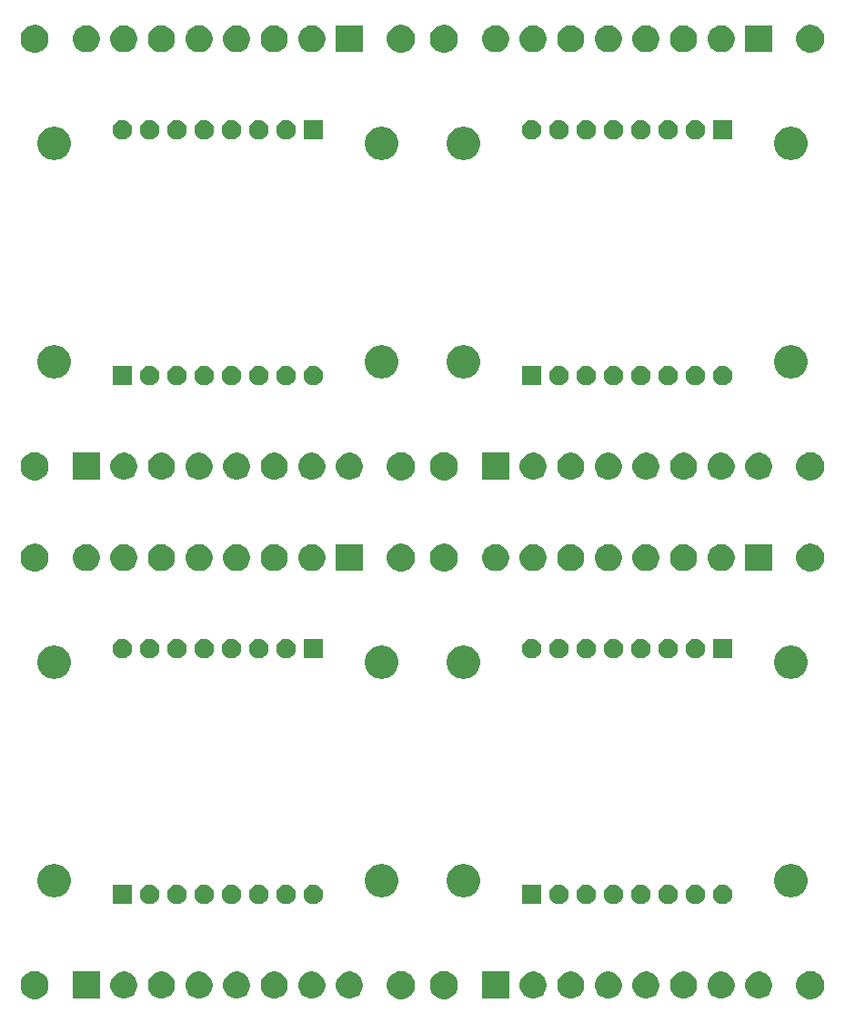
<source format=gbr>
G04 #@! TF.GenerationSoftware,KiCad,Pcbnew,5.1.5+dfsg1-2build2*
G04 #@! TF.CreationDate,2021-06-10T17:54:38-05:00*
G04 #@! TF.ProjectId,,58585858-5858-4585-9858-585858585858,rev?*
G04 #@! TF.SameCoordinates,Original*
G04 #@! TF.FileFunction,Soldermask,Bot*
G04 #@! TF.FilePolarity,Negative*
%FSLAX46Y46*%
G04 Gerber Fmt 4.6, Leading zero omitted, Abs format (unit mm)*
G04 Created by KiCad (PCBNEW 5.1.5+dfsg1-2build2) date 2021-06-10 17:54:38*
%MOMM*%
%LPD*%
G04 APERTURE LIST*
%ADD10C,0.100000*%
G04 APERTURE END LIST*
D10*
G36*
X179161393Y-148101304D02*
G01*
X179398101Y-148199352D01*
X179398103Y-148199353D01*
X179611135Y-148341696D01*
X179792304Y-148522865D01*
X179934647Y-148735897D01*
X179934648Y-148735899D01*
X180032696Y-148972607D01*
X180082680Y-149223893D01*
X180082680Y-149480107D01*
X180032696Y-149731393D01*
X179944395Y-149944569D01*
X179934647Y-149968103D01*
X179792304Y-150181135D01*
X179611135Y-150362304D01*
X179398103Y-150504647D01*
X179398102Y-150504648D01*
X179398101Y-150504648D01*
X179161393Y-150602696D01*
X178910107Y-150652680D01*
X178653893Y-150652680D01*
X178402607Y-150602696D01*
X178165899Y-150504648D01*
X178165898Y-150504648D01*
X178165897Y-150504647D01*
X177952865Y-150362304D01*
X177771696Y-150181135D01*
X177629353Y-149968103D01*
X177619605Y-149944569D01*
X177531304Y-149731393D01*
X177481320Y-149480107D01*
X177481320Y-149223893D01*
X177531304Y-148972607D01*
X177629352Y-148735899D01*
X177629353Y-148735897D01*
X177771696Y-148522865D01*
X177952865Y-148341696D01*
X178165897Y-148199353D01*
X178165899Y-148199352D01*
X178402607Y-148101304D01*
X178653893Y-148051320D01*
X178910107Y-148051320D01*
X179161393Y-148101304D01*
G37*
G36*
X106961393Y-148101304D02*
G01*
X107198101Y-148199352D01*
X107198103Y-148199353D01*
X107411135Y-148341696D01*
X107592304Y-148522865D01*
X107734647Y-148735897D01*
X107734648Y-148735899D01*
X107832696Y-148972607D01*
X107882680Y-149223893D01*
X107882680Y-149480107D01*
X107832696Y-149731393D01*
X107744395Y-149944569D01*
X107734647Y-149968103D01*
X107592304Y-150181135D01*
X107411135Y-150362304D01*
X107198103Y-150504647D01*
X107198102Y-150504648D01*
X107198101Y-150504648D01*
X106961393Y-150602696D01*
X106710107Y-150652680D01*
X106453893Y-150652680D01*
X106202607Y-150602696D01*
X105965899Y-150504648D01*
X105965898Y-150504648D01*
X105965897Y-150504647D01*
X105752865Y-150362304D01*
X105571696Y-150181135D01*
X105429353Y-149968103D01*
X105419605Y-149944569D01*
X105331304Y-149731393D01*
X105281320Y-149480107D01*
X105281320Y-149223893D01*
X105331304Y-148972607D01*
X105429352Y-148735899D01*
X105429353Y-148735897D01*
X105571696Y-148522865D01*
X105752865Y-148341696D01*
X105965897Y-148199353D01*
X105965899Y-148199352D01*
X106202607Y-148101304D01*
X106453893Y-148051320D01*
X106710107Y-148051320D01*
X106961393Y-148101304D01*
G37*
G36*
X141061393Y-148101304D02*
G01*
X141298101Y-148199352D01*
X141298103Y-148199353D01*
X141511135Y-148341696D01*
X141692304Y-148522865D01*
X141834647Y-148735897D01*
X141834648Y-148735899D01*
X141932696Y-148972607D01*
X141982680Y-149223893D01*
X141982680Y-149480107D01*
X141932696Y-149731393D01*
X141844395Y-149944569D01*
X141834647Y-149968103D01*
X141692304Y-150181135D01*
X141511135Y-150362304D01*
X141298103Y-150504647D01*
X141298102Y-150504648D01*
X141298101Y-150504648D01*
X141061393Y-150602696D01*
X140810107Y-150652680D01*
X140553893Y-150652680D01*
X140302607Y-150602696D01*
X140065899Y-150504648D01*
X140065898Y-150504648D01*
X140065897Y-150504647D01*
X139852865Y-150362304D01*
X139671696Y-150181135D01*
X139529353Y-149968103D01*
X139519605Y-149944569D01*
X139431304Y-149731393D01*
X139381320Y-149480107D01*
X139381320Y-149223893D01*
X139431304Y-148972607D01*
X139529352Y-148735899D01*
X139529353Y-148735897D01*
X139671696Y-148522865D01*
X139852865Y-148341696D01*
X140065897Y-148199353D01*
X140065899Y-148199352D01*
X140302607Y-148101304D01*
X140553893Y-148051320D01*
X140810107Y-148051320D01*
X141061393Y-148101304D01*
G37*
G36*
X145061393Y-148101304D02*
G01*
X145298101Y-148199352D01*
X145298103Y-148199353D01*
X145511135Y-148341696D01*
X145692304Y-148522865D01*
X145834647Y-148735897D01*
X145834648Y-148735899D01*
X145932696Y-148972607D01*
X145982680Y-149223893D01*
X145982680Y-149480107D01*
X145932696Y-149731393D01*
X145844395Y-149944569D01*
X145834647Y-149968103D01*
X145692304Y-150181135D01*
X145511135Y-150362304D01*
X145298103Y-150504647D01*
X145298102Y-150504648D01*
X145298101Y-150504648D01*
X145061393Y-150602696D01*
X144810107Y-150652680D01*
X144553893Y-150652680D01*
X144302607Y-150602696D01*
X144065899Y-150504648D01*
X144065898Y-150504648D01*
X144065897Y-150504647D01*
X143852865Y-150362304D01*
X143671696Y-150181135D01*
X143529353Y-149968103D01*
X143519605Y-149944569D01*
X143431304Y-149731393D01*
X143381320Y-149480107D01*
X143381320Y-149223893D01*
X143431304Y-148972607D01*
X143529352Y-148735899D01*
X143529353Y-148735897D01*
X143671696Y-148522865D01*
X143852865Y-148341696D01*
X144065897Y-148199353D01*
X144065899Y-148199352D01*
X144302607Y-148101304D01*
X144553893Y-148051320D01*
X144810107Y-148051320D01*
X145061393Y-148101304D01*
G37*
G36*
X170846903Y-148149075D02*
G01*
X171074571Y-148243378D01*
X171279466Y-148380285D01*
X171453715Y-148554534D01*
X171590622Y-148759429D01*
X171684925Y-148987097D01*
X171733000Y-149228787D01*
X171733000Y-149475213D01*
X171684925Y-149716903D01*
X171590622Y-149944571D01*
X171453715Y-150149466D01*
X171279466Y-150323715D01*
X171074571Y-150460622D01*
X171074570Y-150460623D01*
X171074569Y-150460623D01*
X170846903Y-150554925D01*
X170605214Y-150603000D01*
X170358786Y-150603000D01*
X170117097Y-150554925D01*
X169889431Y-150460623D01*
X169889430Y-150460623D01*
X169889429Y-150460622D01*
X169684534Y-150323715D01*
X169510285Y-150149466D01*
X169373378Y-149944571D01*
X169279075Y-149716903D01*
X169231000Y-149475213D01*
X169231000Y-149228787D01*
X169279075Y-148987097D01*
X169373378Y-148759429D01*
X169510285Y-148554534D01*
X169684534Y-148380285D01*
X169889429Y-148243378D01*
X170117097Y-148149075D01*
X170358786Y-148101000D01*
X170605214Y-148101000D01*
X170846903Y-148149075D01*
G37*
G36*
X150733000Y-150603000D02*
G01*
X148231000Y-150603000D01*
X148231000Y-148101000D01*
X150733000Y-148101000D01*
X150733000Y-150603000D01*
G37*
G36*
X153346903Y-148149075D02*
G01*
X153574571Y-148243378D01*
X153779466Y-148380285D01*
X153953715Y-148554534D01*
X154090622Y-148759429D01*
X154184925Y-148987097D01*
X154233000Y-149228787D01*
X154233000Y-149475213D01*
X154184925Y-149716903D01*
X154090622Y-149944571D01*
X153953715Y-150149466D01*
X153779466Y-150323715D01*
X153574571Y-150460622D01*
X153574570Y-150460623D01*
X153574569Y-150460623D01*
X153346903Y-150554925D01*
X153105214Y-150603000D01*
X152858786Y-150603000D01*
X152617097Y-150554925D01*
X152389431Y-150460623D01*
X152389430Y-150460623D01*
X152389429Y-150460622D01*
X152184534Y-150323715D01*
X152010285Y-150149466D01*
X151873378Y-149944571D01*
X151779075Y-149716903D01*
X151731000Y-149475213D01*
X151731000Y-149228787D01*
X151779075Y-148987097D01*
X151873378Y-148759429D01*
X152010285Y-148554534D01*
X152184534Y-148380285D01*
X152389429Y-148243378D01*
X152617097Y-148149075D01*
X152858786Y-148101000D01*
X153105214Y-148101000D01*
X153346903Y-148149075D01*
G37*
G36*
X156846903Y-148149075D02*
G01*
X157074571Y-148243378D01*
X157279466Y-148380285D01*
X157453715Y-148554534D01*
X157590622Y-148759429D01*
X157684925Y-148987097D01*
X157733000Y-149228787D01*
X157733000Y-149475213D01*
X157684925Y-149716903D01*
X157590622Y-149944571D01*
X157453715Y-150149466D01*
X157279466Y-150323715D01*
X157074571Y-150460622D01*
X157074570Y-150460623D01*
X157074569Y-150460623D01*
X156846903Y-150554925D01*
X156605214Y-150603000D01*
X156358786Y-150603000D01*
X156117097Y-150554925D01*
X155889431Y-150460623D01*
X155889430Y-150460623D01*
X155889429Y-150460622D01*
X155684534Y-150323715D01*
X155510285Y-150149466D01*
X155373378Y-149944571D01*
X155279075Y-149716903D01*
X155231000Y-149475213D01*
X155231000Y-149228787D01*
X155279075Y-148987097D01*
X155373378Y-148759429D01*
X155510285Y-148554534D01*
X155684534Y-148380285D01*
X155889429Y-148243378D01*
X156117097Y-148149075D01*
X156358786Y-148101000D01*
X156605214Y-148101000D01*
X156846903Y-148149075D01*
G37*
G36*
X160346903Y-148149075D02*
G01*
X160574571Y-148243378D01*
X160779466Y-148380285D01*
X160953715Y-148554534D01*
X161090622Y-148759429D01*
X161184925Y-148987097D01*
X161233000Y-149228787D01*
X161233000Y-149475213D01*
X161184925Y-149716903D01*
X161090622Y-149944571D01*
X160953715Y-150149466D01*
X160779466Y-150323715D01*
X160574571Y-150460622D01*
X160574570Y-150460623D01*
X160574569Y-150460623D01*
X160346903Y-150554925D01*
X160105214Y-150603000D01*
X159858786Y-150603000D01*
X159617097Y-150554925D01*
X159389431Y-150460623D01*
X159389430Y-150460623D01*
X159389429Y-150460622D01*
X159184534Y-150323715D01*
X159010285Y-150149466D01*
X158873378Y-149944571D01*
X158779075Y-149716903D01*
X158731000Y-149475213D01*
X158731000Y-149228787D01*
X158779075Y-148987097D01*
X158873378Y-148759429D01*
X159010285Y-148554534D01*
X159184534Y-148380285D01*
X159389429Y-148243378D01*
X159617097Y-148149075D01*
X159858786Y-148101000D01*
X160105214Y-148101000D01*
X160346903Y-148149075D01*
G37*
G36*
X167346903Y-148149075D02*
G01*
X167574571Y-148243378D01*
X167779466Y-148380285D01*
X167953715Y-148554534D01*
X168090622Y-148759429D01*
X168184925Y-148987097D01*
X168233000Y-149228787D01*
X168233000Y-149475213D01*
X168184925Y-149716903D01*
X168090622Y-149944571D01*
X167953715Y-150149466D01*
X167779466Y-150323715D01*
X167574571Y-150460622D01*
X167574570Y-150460623D01*
X167574569Y-150460623D01*
X167346903Y-150554925D01*
X167105214Y-150603000D01*
X166858786Y-150603000D01*
X166617097Y-150554925D01*
X166389431Y-150460623D01*
X166389430Y-150460623D01*
X166389429Y-150460622D01*
X166184534Y-150323715D01*
X166010285Y-150149466D01*
X165873378Y-149944571D01*
X165779075Y-149716903D01*
X165731000Y-149475213D01*
X165731000Y-149228787D01*
X165779075Y-148987097D01*
X165873378Y-148759429D01*
X166010285Y-148554534D01*
X166184534Y-148380285D01*
X166389429Y-148243378D01*
X166617097Y-148149075D01*
X166858786Y-148101000D01*
X167105214Y-148101000D01*
X167346903Y-148149075D01*
G37*
G36*
X174346903Y-148149075D02*
G01*
X174574571Y-148243378D01*
X174779466Y-148380285D01*
X174953715Y-148554534D01*
X175090622Y-148759429D01*
X175184925Y-148987097D01*
X175233000Y-149228787D01*
X175233000Y-149475213D01*
X175184925Y-149716903D01*
X175090622Y-149944571D01*
X174953715Y-150149466D01*
X174779466Y-150323715D01*
X174574571Y-150460622D01*
X174574570Y-150460623D01*
X174574569Y-150460623D01*
X174346903Y-150554925D01*
X174105214Y-150603000D01*
X173858786Y-150603000D01*
X173617097Y-150554925D01*
X173389431Y-150460623D01*
X173389430Y-150460623D01*
X173389429Y-150460622D01*
X173184534Y-150323715D01*
X173010285Y-150149466D01*
X172873378Y-149944571D01*
X172779075Y-149716903D01*
X172731000Y-149475213D01*
X172731000Y-149228787D01*
X172779075Y-148987097D01*
X172873378Y-148759429D01*
X173010285Y-148554534D01*
X173184534Y-148380285D01*
X173389429Y-148243378D01*
X173617097Y-148149075D01*
X173858786Y-148101000D01*
X174105214Y-148101000D01*
X174346903Y-148149075D01*
G37*
G36*
X112633000Y-150603000D02*
G01*
X110131000Y-150603000D01*
X110131000Y-148101000D01*
X112633000Y-148101000D01*
X112633000Y-150603000D01*
G37*
G36*
X115246903Y-148149075D02*
G01*
X115474571Y-148243378D01*
X115679466Y-148380285D01*
X115853715Y-148554534D01*
X115990622Y-148759429D01*
X116084925Y-148987097D01*
X116133000Y-149228787D01*
X116133000Y-149475213D01*
X116084925Y-149716903D01*
X115990622Y-149944571D01*
X115853715Y-150149466D01*
X115679466Y-150323715D01*
X115474571Y-150460622D01*
X115474570Y-150460623D01*
X115474569Y-150460623D01*
X115246903Y-150554925D01*
X115005214Y-150603000D01*
X114758786Y-150603000D01*
X114517097Y-150554925D01*
X114289431Y-150460623D01*
X114289430Y-150460623D01*
X114289429Y-150460622D01*
X114084534Y-150323715D01*
X113910285Y-150149466D01*
X113773378Y-149944571D01*
X113679075Y-149716903D01*
X113631000Y-149475213D01*
X113631000Y-149228787D01*
X113679075Y-148987097D01*
X113773378Y-148759429D01*
X113910285Y-148554534D01*
X114084534Y-148380285D01*
X114289429Y-148243378D01*
X114517097Y-148149075D01*
X114758786Y-148101000D01*
X115005214Y-148101000D01*
X115246903Y-148149075D01*
G37*
G36*
X118746903Y-148149075D02*
G01*
X118974571Y-148243378D01*
X119179466Y-148380285D01*
X119353715Y-148554534D01*
X119490622Y-148759429D01*
X119584925Y-148987097D01*
X119633000Y-149228787D01*
X119633000Y-149475213D01*
X119584925Y-149716903D01*
X119490622Y-149944571D01*
X119353715Y-150149466D01*
X119179466Y-150323715D01*
X118974571Y-150460622D01*
X118974570Y-150460623D01*
X118974569Y-150460623D01*
X118746903Y-150554925D01*
X118505214Y-150603000D01*
X118258786Y-150603000D01*
X118017097Y-150554925D01*
X117789431Y-150460623D01*
X117789430Y-150460623D01*
X117789429Y-150460622D01*
X117584534Y-150323715D01*
X117410285Y-150149466D01*
X117273378Y-149944571D01*
X117179075Y-149716903D01*
X117131000Y-149475213D01*
X117131000Y-149228787D01*
X117179075Y-148987097D01*
X117273378Y-148759429D01*
X117410285Y-148554534D01*
X117584534Y-148380285D01*
X117789429Y-148243378D01*
X118017097Y-148149075D01*
X118258786Y-148101000D01*
X118505214Y-148101000D01*
X118746903Y-148149075D01*
G37*
G36*
X122246903Y-148149075D02*
G01*
X122474571Y-148243378D01*
X122679466Y-148380285D01*
X122853715Y-148554534D01*
X122990622Y-148759429D01*
X123084925Y-148987097D01*
X123133000Y-149228787D01*
X123133000Y-149475213D01*
X123084925Y-149716903D01*
X122990622Y-149944571D01*
X122853715Y-150149466D01*
X122679466Y-150323715D01*
X122474571Y-150460622D01*
X122474570Y-150460623D01*
X122474569Y-150460623D01*
X122246903Y-150554925D01*
X122005214Y-150603000D01*
X121758786Y-150603000D01*
X121517097Y-150554925D01*
X121289431Y-150460623D01*
X121289430Y-150460623D01*
X121289429Y-150460622D01*
X121084534Y-150323715D01*
X120910285Y-150149466D01*
X120773378Y-149944571D01*
X120679075Y-149716903D01*
X120631000Y-149475213D01*
X120631000Y-149228787D01*
X120679075Y-148987097D01*
X120773378Y-148759429D01*
X120910285Y-148554534D01*
X121084534Y-148380285D01*
X121289429Y-148243378D01*
X121517097Y-148149075D01*
X121758786Y-148101000D01*
X122005214Y-148101000D01*
X122246903Y-148149075D01*
G37*
G36*
X125746903Y-148149075D02*
G01*
X125974571Y-148243378D01*
X126179466Y-148380285D01*
X126353715Y-148554534D01*
X126490622Y-148759429D01*
X126584925Y-148987097D01*
X126633000Y-149228787D01*
X126633000Y-149475213D01*
X126584925Y-149716903D01*
X126490622Y-149944571D01*
X126353715Y-150149466D01*
X126179466Y-150323715D01*
X125974571Y-150460622D01*
X125974570Y-150460623D01*
X125974569Y-150460623D01*
X125746903Y-150554925D01*
X125505214Y-150603000D01*
X125258786Y-150603000D01*
X125017097Y-150554925D01*
X124789431Y-150460623D01*
X124789430Y-150460623D01*
X124789429Y-150460622D01*
X124584534Y-150323715D01*
X124410285Y-150149466D01*
X124273378Y-149944571D01*
X124179075Y-149716903D01*
X124131000Y-149475213D01*
X124131000Y-149228787D01*
X124179075Y-148987097D01*
X124273378Y-148759429D01*
X124410285Y-148554534D01*
X124584534Y-148380285D01*
X124789429Y-148243378D01*
X125017097Y-148149075D01*
X125258786Y-148101000D01*
X125505214Y-148101000D01*
X125746903Y-148149075D01*
G37*
G36*
X129246903Y-148149075D02*
G01*
X129474571Y-148243378D01*
X129679466Y-148380285D01*
X129853715Y-148554534D01*
X129990622Y-148759429D01*
X130084925Y-148987097D01*
X130133000Y-149228787D01*
X130133000Y-149475213D01*
X130084925Y-149716903D01*
X129990622Y-149944571D01*
X129853715Y-150149466D01*
X129679466Y-150323715D01*
X129474571Y-150460622D01*
X129474570Y-150460623D01*
X129474569Y-150460623D01*
X129246903Y-150554925D01*
X129005214Y-150603000D01*
X128758786Y-150603000D01*
X128517097Y-150554925D01*
X128289431Y-150460623D01*
X128289430Y-150460623D01*
X128289429Y-150460622D01*
X128084534Y-150323715D01*
X127910285Y-150149466D01*
X127773378Y-149944571D01*
X127679075Y-149716903D01*
X127631000Y-149475213D01*
X127631000Y-149228787D01*
X127679075Y-148987097D01*
X127773378Y-148759429D01*
X127910285Y-148554534D01*
X128084534Y-148380285D01*
X128289429Y-148243378D01*
X128517097Y-148149075D01*
X128758786Y-148101000D01*
X129005214Y-148101000D01*
X129246903Y-148149075D01*
G37*
G36*
X132746903Y-148149075D02*
G01*
X132974571Y-148243378D01*
X133179466Y-148380285D01*
X133353715Y-148554534D01*
X133490622Y-148759429D01*
X133584925Y-148987097D01*
X133633000Y-149228787D01*
X133633000Y-149475213D01*
X133584925Y-149716903D01*
X133490622Y-149944571D01*
X133353715Y-150149466D01*
X133179466Y-150323715D01*
X132974571Y-150460622D01*
X132974570Y-150460623D01*
X132974569Y-150460623D01*
X132746903Y-150554925D01*
X132505214Y-150603000D01*
X132258786Y-150603000D01*
X132017097Y-150554925D01*
X131789431Y-150460623D01*
X131789430Y-150460623D01*
X131789429Y-150460622D01*
X131584534Y-150323715D01*
X131410285Y-150149466D01*
X131273378Y-149944571D01*
X131179075Y-149716903D01*
X131131000Y-149475213D01*
X131131000Y-149228787D01*
X131179075Y-148987097D01*
X131273378Y-148759429D01*
X131410285Y-148554534D01*
X131584534Y-148380285D01*
X131789429Y-148243378D01*
X132017097Y-148149075D01*
X132258786Y-148101000D01*
X132505214Y-148101000D01*
X132746903Y-148149075D01*
G37*
G36*
X163846903Y-148149075D02*
G01*
X164074571Y-148243378D01*
X164279466Y-148380285D01*
X164453715Y-148554534D01*
X164590622Y-148759429D01*
X164684925Y-148987097D01*
X164733000Y-149228787D01*
X164733000Y-149475213D01*
X164684925Y-149716903D01*
X164590622Y-149944571D01*
X164453715Y-150149466D01*
X164279466Y-150323715D01*
X164074571Y-150460622D01*
X164074570Y-150460623D01*
X164074569Y-150460623D01*
X163846903Y-150554925D01*
X163605214Y-150603000D01*
X163358786Y-150603000D01*
X163117097Y-150554925D01*
X162889431Y-150460623D01*
X162889430Y-150460623D01*
X162889429Y-150460622D01*
X162684534Y-150323715D01*
X162510285Y-150149466D01*
X162373378Y-149944571D01*
X162279075Y-149716903D01*
X162231000Y-149475213D01*
X162231000Y-149228787D01*
X162279075Y-148987097D01*
X162373378Y-148759429D01*
X162510285Y-148554534D01*
X162684534Y-148380285D01*
X162889429Y-148243378D01*
X163117097Y-148149075D01*
X163358786Y-148101000D01*
X163605214Y-148101000D01*
X163846903Y-148149075D01*
G37*
G36*
X136246903Y-148149075D02*
G01*
X136474571Y-148243378D01*
X136679466Y-148380285D01*
X136853715Y-148554534D01*
X136990622Y-148759429D01*
X137084925Y-148987097D01*
X137133000Y-149228787D01*
X137133000Y-149475213D01*
X137084925Y-149716903D01*
X136990622Y-149944571D01*
X136853715Y-150149466D01*
X136679466Y-150323715D01*
X136474571Y-150460622D01*
X136474570Y-150460623D01*
X136474569Y-150460623D01*
X136246903Y-150554925D01*
X136005214Y-150603000D01*
X135758786Y-150603000D01*
X135517097Y-150554925D01*
X135289431Y-150460623D01*
X135289430Y-150460623D01*
X135289429Y-150460622D01*
X135084534Y-150323715D01*
X134910285Y-150149466D01*
X134773378Y-149944571D01*
X134679075Y-149716903D01*
X134631000Y-149475213D01*
X134631000Y-149228787D01*
X134679075Y-148987097D01*
X134773378Y-148759429D01*
X134910285Y-148554534D01*
X135084534Y-148380285D01*
X135289429Y-148243378D01*
X135517097Y-148149075D01*
X135758786Y-148101000D01*
X136005214Y-148101000D01*
X136246903Y-148149075D01*
G37*
G36*
X168195512Y-140007927D02*
G01*
X168344812Y-140037624D01*
X168508784Y-140105544D01*
X168656354Y-140204147D01*
X168781853Y-140329646D01*
X168880456Y-140477216D01*
X168948376Y-140641188D01*
X168983000Y-140815259D01*
X168983000Y-140992741D01*
X168948376Y-141166812D01*
X168880456Y-141330784D01*
X168781853Y-141478354D01*
X168656354Y-141603853D01*
X168508784Y-141702456D01*
X168344812Y-141770376D01*
X168195512Y-141800073D01*
X168170742Y-141805000D01*
X167993258Y-141805000D01*
X167968488Y-141800073D01*
X167819188Y-141770376D01*
X167655216Y-141702456D01*
X167507646Y-141603853D01*
X167382147Y-141478354D01*
X167283544Y-141330784D01*
X167215624Y-141166812D01*
X167181000Y-140992741D01*
X167181000Y-140815259D01*
X167215624Y-140641188D01*
X167283544Y-140477216D01*
X167382147Y-140329646D01*
X167507646Y-140204147D01*
X167655216Y-140105544D01*
X167819188Y-140037624D01*
X167968488Y-140007927D01*
X167993258Y-140003000D01*
X168170742Y-140003000D01*
X168195512Y-140007927D01*
G37*
G36*
X153743000Y-141805000D02*
G01*
X151941000Y-141805000D01*
X151941000Y-140003000D01*
X153743000Y-140003000D01*
X153743000Y-141805000D01*
G37*
G36*
X155495512Y-140007927D02*
G01*
X155644812Y-140037624D01*
X155808784Y-140105544D01*
X155956354Y-140204147D01*
X156081853Y-140329646D01*
X156180456Y-140477216D01*
X156248376Y-140641188D01*
X156283000Y-140815259D01*
X156283000Y-140992741D01*
X156248376Y-141166812D01*
X156180456Y-141330784D01*
X156081853Y-141478354D01*
X155956354Y-141603853D01*
X155808784Y-141702456D01*
X155644812Y-141770376D01*
X155495512Y-141800073D01*
X155470742Y-141805000D01*
X155293258Y-141805000D01*
X155268488Y-141800073D01*
X155119188Y-141770376D01*
X154955216Y-141702456D01*
X154807646Y-141603853D01*
X154682147Y-141478354D01*
X154583544Y-141330784D01*
X154515624Y-141166812D01*
X154481000Y-140992741D01*
X154481000Y-140815259D01*
X154515624Y-140641188D01*
X154583544Y-140477216D01*
X154682147Y-140329646D01*
X154807646Y-140204147D01*
X154955216Y-140105544D01*
X155119188Y-140037624D01*
X155268488Y-140007927D01*
X155293258Y-140003000D01*
X155470742Y-140003000D01*
X155495512Y-140007927D01*
G37*
G36*
X115643000Y-141805000D02*
G01*
X113841000Y-141805000D01*
X113841000Y-140003000D01*
X115643000Y-140003000D01*
X115643000Y-141805000D01*
G37*
G36*
X117395512Y-140007927D02*
G01*
X117544812Y-140037624D01*
X117708784Y-140105544D01*
X117856354Y-140204147D01*
X117981853Y-140329646D01*
X118080456Y-140477216D01*
X118148376Y-140641188D01*
X118183000Y-140815259D01*
X118183000Y-140992741D01*
X118148376Y-141166812D01*
X118080456Y-141330784D01*
X117981853Y-141478354D01*
X117856354Y-141603853D01*
X117708784Y-141702456D01*
X117544812Y-141770376D01*
X117395512Y-141800073D01*
X117370742Y-141805000D01*
X117193258Y-141805000D01*
X117168488Y-141800073D01*
X117019188Y-141770376D01*
X116855216Y-141702456D01*
X116707646Y-141603853D01*
X116582147Y-141478354D01*
X116483544Y-141330784D01*
X116415624Y-141166812D01*
X116381000Y-140992741D01*
X116381000Y-140815259D01*
X116415624Y-140641188D01*
X116483544Y-140477216D01*
X116582147Y-140329646D01*
X116707646Y-140204147D01*
X116855216Y-140105544D01*
X117019188Y-140037624D01*
X117168488Y-140007927D01*
X117193258Y-140003000D01*
X117370742Y-140003000D01*
X117395512Y-140007927D01*
G37*
G36*
X119935512Y-140007927D02*
G01*
X120084812Y-140037624D01*
X120248784Y-140105544D01*
X120396354Y-140204147D01*
X120521853Y-140329646D01*
X120620456Y-140477216D01*
X120688376Y-140641188D01*
X120723000Y-140815259D01*
X120723000Y-140992741D01*
X120688376Y-141166812D01*
X120620456Y-141330784D01*
X120521853Y-141478354D01*
X120396354Y-141603853D01*
X120248784Y-141702456D01*
X120084812Y-141770376D01*
X119935512Y-141800073D01*
X119910742Y-141805000D01*
X119733258Y-141805000D01*
X119708488Y-141800073D01*
X119559188Y-141770376D01*
X119395216Y-141702456D01*
X119247646Y-141603853D01*
X119122147Y-141478354D01*
X119023544Y-141330784D01*
X118955624Y-141166812D01*
X118921000Y-140992741D01*
X118921000Y-140815259D01*
X118955624Y-140641188D01*
X119023544Y-140477216D01*
X119122147Y-140329646D01*
X119247646Y-140204147D01*
X119395216Y-140105544D01*
X119559188Y-140037624D01*
X119708488Y-140007927D01*
X119733258Y-140003000D01*
X119910742Y-140003000D01*
X119935512Y-140007927D01*
G37*
G36*
X122475512Y-140007927D02*
G01*
X122624812Y-140037624D01*
X122788784Y-140105544D01*
X122936354Y-140204147D01*
X123061853Y-140329646D01*
X123160456Y-140477216D01*
X123228376Y-140641188D01*
X123263000Y-140815259D01*
X123263000Y-140992741D01*
X123228376Y-141166812D01*
X123160456Y-141330784D01*
X123061853Y-141478354D01*
X122936354Y-141603853D01*
X122788784Y-141702456D01*
X122624812Y-141770376D01*
X122475512Y-141800073D01*
X122450742Y-141805000D01*
X122273258Y-141805000D01*
X122248488Y-141800073D01*
X122099188Y-141770376D01*
X121935216Y-141702456D01*
X121787646Y-141603853D01*
X121662147Y-141478354D01*
X121563544Y-141330784D01*
X121495624Y-141166812D01*
X121461000Y-140992741D01*
X121461000Y-140815259D01*
X121495624Y-140641188D01*
X121563544Y-140477216D01*
X121662147Y-140329646D01*
X121787646Y-140204147D01*
X121935216Y-140105544D01*
X122099188Y-140037624D01*
X122248488Y-140007927D01*
X122273258Y-140003000D01*
X122450742Y-140003000D01*
X122475512Y-140007927D01*
G37*
G36*
X125015512Y-140007927D02*
G01*
X125164812Y-140037624D01*
X125328784Y-140105544D01*
X125476354Y-140204147D01*
X125601853Y-140329646D01*
X125700456Y-140477216D01*
X125768376Y-140641188D01*
X125803000Y-140815259D01*
X125803000Y-140992741D01*
X125768376Y-141166812D01*
X125700456Y-141330784D01*
X125601853Y-141478354D01*
X125476354Y-141603853D01*
X125328784Y-141702456D01*
X125164812Y-141770376D01*
X125015512Y-141800073D01*
X124990742Y-141805000D01*
X124813258Y-141805000D01*
X124788488Y-141800073D01*
X124639188Y-141770376D01*
X124475216Y-141702456D01*
X124327646Y-141603853D01*
X124202147Y-141478354D01*
X124103544Y-141330784D01*
X124035624Y-141166812D01*
X124001000Y-140992741D01*
X124001000Y-140815259D01*
X124035624Y-140641188D01*
X124103544Y-140477216D01*
X124202147Y-140329646D01*
X124327646Y-140204147D01*
X124475216Y-140105544D01*
X124639188Y-140037624D01*
X124788488Y-140007927D01*
X124813258Y-140003000D01*
X124990742Y-140003000D01*
X125015512Y-140007927D01*
G37*
G36*
X127555512Y-140007927D02*
G01*
X127704812Y-140037624D01*
X127868784Y-140105544D01*
X128016354Y-140204147D01*
X128141853Y-140329646D01*
X128240456Y-140477216D01*
X128308376Y-140641188D01*
X128343000Y-140815259D01*
X128343000Y-140992741D01*
X128308376Y-141166812D01*
X128240456Y-141330784D01*
X128141853Y-141478354D01*
X128016354Y-141603853D01*
X127868784Y-141702456D01*
X127704812Y-141770376D01*
X127555512Y-141800073D01*
X127530742Y-141805000D01*
X127353258Y-141805000D01*
X127328488Y-141800073D01*
X127179188Y-141770376D01*
X127015216Y-141702456D01*
X126867646Y-141603853D01*
X126742147Y-141478354D01*
X126643544Y-141330784D01*
X126575624Y-141166812D01*
X126541000Y-140992741D01*
X126541000Y-140815259D01*
X126575624Y-140641188D01*
X126643544Y-140477216D01*
X126742147Y-140329646D01*
X126867646Y-140204147D01*
X127015216Y-140105544D01*
X127179188Y-140037624D01*
X127328488Y-140007927D01*
X127353258Y-140003000D01*
X127530742Y-140003000D01*
X127555512Y-140007927D01*
G37*
G36*
X130095512Y-140007927D02*
G01*
X130244812Y-140037624D01*
X130408784Y-140105544D01*
X130556354Y-140204147D01*
X130681853Y-140329646D01*
X130780456Y-140477216D01*
X130848376Y-140641188D01*
X130883000Y-140815259D01*
X130883000Y-140992741D01*
X130848376Y-141166812D01*
X130780456Y-141330784D01*
X130681853Y-141478354D01*
X130556354Y-141603853D01*
X130408784Y-141702456D01*
X130244812Y-141770376D01*
X130095512Y-141800073D01*
X130070742Y-141805000D01*
X129893258Y-141805000D01*
X129868488Y-141800073D01*
X129719188Y-141770376D01*
X129555216Y-141702456D01*
X129407646Y-141603853D01*
X129282147Y-141478354D01*
X129183544Y-141330784D01*
X129115624Y-141166812D01*
X129081000Y-140992741D01*
X129081000Y-140815259D01*
X129115624Y-140641188D01*
X129183544Y-140477216D01*
X129282147Y-140329646D01*
X129407646Y-140204147D01*
X129555216Y-140105544D01*
X129719188Y-140037624D01*
X129868488Y-140007927D01*
X129893258Y-140003000D01*
X130070742Y-140003000D01*
X130095512Y-140007927D01*
G37*
G36*
X158035512Y-140007927D02*
G01*
X158184812Y-140037624D01*
X158348784Y-140105544D01*
X158496354Y-140204147D01*
X158621853Y-140329646D01*
X158720456Y-140477216D01*
X158788376Y-140641188D01*
X158823000Y-140815259D01*
X158823000Y-140992741D01*
X158788376Y-141166812D01*
X158720456Y-141330784D01*
X158621853Y-141478354D01*
X158496354Y-141603853D01*
X158348784Y-141702456D01*
X158184812Y-141770376D01*
X158035512Y-141800073D01*
X158010742Y-141805000D01*
X157833258Y-141805000D01*
X157808488Y-141800073D01*
X157659188Y-141770376D01*
X157495216Y-141702456D01*
X157347646Y-141603853D01*
X157222147Y-141478354D01*
X157123544Y-141330784D01*
X157055624Y-141166812D01*
X157021000Y-140992741D01*
X157021000Y-140815259D01*
X157055624Y-140641188D01*
X157123544Y-140477216D01*
X157222147Y-140329646D01*
X157347646Y-140204147D01*
X157495216Y-140105544D01*
X157659188Y-140037624D01*
X157808488Y-140007927D01*
X157833258Y-140003000D01*
X158010742Y-140003000D01*
X158035512Y-140007927D01*
G37*
G36*
X132635512Y-140007927D02*
G01*
X132784812Y-140037624D01*
X132948784Y-140105544D01*
X133096354Y-140204147D01*
X133221853Y-140329646D01*
X133320456Y-140477216D01*
X133388376Y-140641188D01*
X133423000Y-140815259D01*
X133423000Y-140992741D01*
X133388376Y-141166812D01*
X133320456Y-141330784D01*
X133221853Y-141478354D01*
X133096354Y-141603853D01*
X132948784Y-141702456D01*
X132784812Y-141770376D01*
X132635512Y-141800073D01*
X132610742Y-141805000D01*
X132433258Y-141805000D01*
X132408488Y-141800073D01*
X132259188Y-141770376D01*
X132095216Y-141702456D01*
X131947646Y-141603853D01*
X131822147Y-141478354D01*
X131723544Y-141330784D01*
X131655624Y-141166812D01*
X131621000Y-140992741D01*
X131621000Y-140815259D01*
X131655624Y-140641188D01*
X131723544Y-140477216D01*
X131822147Y-140329646D01*
X131947646Y-140204147D01*
X132095216Y-140105544D01*
X132259188Y-140037624D01*
X132408488Y-140007927D01*
X132433258Y-140003000D01*
X132610742Y-140003000D01*
X132635512Y-140007927D01*
G37*
G36*
X160575512Y-140007927D02*
G01*
X160724812Y-140037624D01*
X160888784Y-140105544D01*
X161036354Y-140204147D01*
X161161853Y-140329646D01*
X161260456Y-140477216D01*
X161328376Y-140641188D01*
X161363000Y-140815259D01*
X161363000Y-140992741D01*
X161328376Y-141166812D01*
X161260456Y-141330784D01*
X161161853Y-141478354D01*
X161036354Y-141603853D01*
X160888784Y-141702456D01*
X160724812Y-141770376D01*
X160575512Y-141800073D01*
X160550742Y-141805000D01*
X160373258Y-141805000D01*
X160348488Y-141800073D01*
X160199188Y-141770376D01*
X160035216Y-141702456D01*
X159887646Y-141603853D01*
X159762147Y-141478354D01*
X159663544Y-141330784D01*
X159595624Y-141166812D01*
X159561000Y-140992741D01*
X159561000Y-140815259D01*
X159595624Y-140641188D01*
X159663544Y-140477216D01*
X159762147Y-140329646D01*
X159887646Y-140204147D01*
X160035216Y-140105544D01*
X160199188Y-140037624D01*
X160348488Y-140007927D01*
X160373258Y-140003000D01*
X160550742Y-140003000D01*
X160575512Y-140007927D01*
G37*
G36*
X163115512Y-140007927D02*
G01*
X163264812Y-140037624D01*
X163428784Y-140105544D01*
X163576354Y-140204147D01*
X163701853Y-140329646D01*
X163800456Y-140477216D01*
X163868376Y-140641188D01*
X163903000Y-140815259D01*
X163903000Y-140992741D01*
X163868376Y-141166812D01*
X163800456Y-141330784D01*
X163701853Y-141478354D01*
X163576354Y-141603853D01*
X163428784Y-141702456D01*
X163264812Y-141770376D01*
X163115512Y-141800073D01*
X163090742Y-141805000D01*
X162913258Y-141805000D01*
X162888488Y-141800073D01*
X162739188Y-141770376D01*
X162575216Y-141702456D01*
X162427646Y-141603853D01*
X162302147Y-141478354D01*
X162203544Y-141330784D01*
X162135624Y-141166812D01*
X162101000Y-140992741D01*
X162101000Y-140815259D01*
X162135624Y-140641188D01*
X162203544Y-140477216D01*
X162302147Y-140329646D01*
X162427646Y-140204147D01*
X162575216Y-140105544D01*
X162739188Y-140037624D01*
X162888488Y-140007927D01*
X162913258Y-140003000D01*
X163090742Y-140003000D01*
X163115512Y-140007927D01*
G37*
G36*
X165655512Y-140007927D02*
G01*
X165804812Y-140037624D01*
X165968784Y-140105544D01*
X166116354Y-140204147D01*
X166241853Y-140329646D01*
X166340456Y-140477216D01*
X166408376Y-140641188D01*
X166443000Y-140815259D01*
X166443000Y-140992741D01*
X166408376Y-141166812D01*
X166340456Y-141330784D01*
X166241853Y-141478354D01*
X166116354Y-141603853D01*
X165968784Y-141702456D01*
X165804812Y-141770376D01*
X165655512Y-141800073D01*
X165630742Y-141805000D01*
X165453258Y-141805000D01*
X165428488Y-141800073D01*
X165279188Y-141770376D01*
X165115216Y-141702456D01*
X164967646Y-141603853D01*
X164842147Y-141478354D01*
X164743544Y-141330784D01*
X164675624Y-141166812D01*
X164641000Y-140992741D01*
X164641000Y-140815259D01*
X164675624Y-140641188D01*
X164743544Y-140477216D01*
X164842147Y-140329646D01*
X164967646Y-140204147D01*
X165115216Y-140105544D01*
X165279188Y-140037624D01*
X165428488Y-140007927D01*
X165453258Y-140003000D01*
X165630742Y-140003000D01*
X165655512Y-140007927D01*
G37*
G36*
X170735512Y-140007927D02*
G01*
X170884812Y-140037624D01*
X171048784Y-140105544D01*
X171196354Y-140204147D01*
X171321853Y-140329646D01*
X171420456Y-140477216D01*
X171488376Y-140641188D01*
X171523000Y-140815259D01*
X171523000Y-140992741D01*
X171488376Y-141166812D01*
X171420456Y-141330784D01*
X171321853Y-141478354D01*
X171196354Y-141603853D01*
X171048784Y-141702456D01*
X170884812Y-141770376D01*
X170735512Y-141800073D01*
X170710742Y-141805000D01*
X170533258Y-141805000D01*
X170508488Y-141800073D01*
X170359188Y-141770376D01*
X170195216Y-141702456D01*
X170047646Y-141603853D01*
X169922147Y-141478354D01*
X169823544Y-141330784D01*
X169755624Y-141166812D01*
X169721000Y-140992741D01*
X169721000Y-140815259D01*
X169755624Y-140641188D01*
X169823544Y-140477216D01*
X169922147Y-140329646D01*
X170047646Y-140204147D01*
X170195216Y-140105544D01*
X170359188Y-140037624D01*
X170508488Y-140007927D01*
X170533258Y-140003000D01*
X170710742Y-140003000D01*
X170735512Y-140007927D01*
G37*
G36*
X146794585Y-138112802D02*
G01*
X146944410Y-138142604D01*
X147226674Y-138259521D01*
X147480705Y-138429259D01*
X147696741Y-138645295D01*
X147866479Y-138899326D01*
X147983396Y-139181590D01*
X148043000Y-139481240D01*
X148043000Y-139786760D01*
X147983396Y-140086410D01*
X147866479Y-140368674D01*
X147696741Y-140622705D01*
X147480705Y-140838741D01*
X147226674Y-141008479D01*
X146944410Y-141125396D01*
X146794585Y-141155198D01*
X146644761Y-141185000D01*
X146339239Y-141185000D01*
X146189415Y-141155198D01*
X146039590Y-141125396D01*
X145757326Y-141008479D01*
X145503295Y-140838741D01*
X145287259Y-140622705D01*
X145117521Y-140368674D01*
X145000604Y-140086410D01*
X144941000Y-139786760D01*
X144941000Y-139481240D01*
X145000604Y-139181590D01*
X145117521Y-138899326D01*
X145287259Y-138645295D01*
X145503295Y-138429259D01*
X145757326Y-138259521D01*
X146039590Y-138142604D01*
X146189415Y-138112802D01*
X146339239Y-138083000D01*
X146644761Y-138083000D01*
X146794585Y-138112802D01*
G37*
G36*
X108694585Y-138112802D02*
G01*
X108844410Y-138142604D01*
X109126674Y-138259521D01*
X109380705Y-138429259D01*
X109596741Y-138645295D01*
X109766479Y-138899326D01*
X109883396Y-139181590D01*
X109943000Y-139481240D01*
X109943000Y-139786760D01*
X109883396Y-140086410D01*
X109766479Y-140368674D01*
X109596741Y-140622705D01*
X109380705Y-140838741D01*
X109126674Y-141008479D01*
X108844410Y-141125396D01*
X108694585Y-141155198D01*
X108544761Y-141185000D01*
X108239239Y-141185000D01*
X108089415Y-141155198D01*
X107939590Y-141125396D01*
X107657326Y-141008479D01*
X107403295Y-140838741D01*
X107187259Y-140622705D01*
X107017521Y-140368674D01*
X106900604Y-140086410D01*
X106841000Y-139786760D01*
X106841000Y-139481240D01*
X106900604Y-139181590D01*
X107017521Y-138899326D01*
X107187259Y-138645295D01*
X107403295Y-138429259D01*
X107657326Y-138259521D01*
X107939590Y-138142604D01*
X108089415Y-138112802D01*
X108239239Y-138083000D01*
X108544761Y-138083000D01*
X108694585Y-138112802D01*
G37*
G36*
X139174585Y-138112802D02*
G01*
X139324410Y-138142604D01*
X139606674Y-138259521D01*
X139860705Y-138429259D01*
X140076741Y-138645295D01*
X140246479Y-138899326D01*
X140363396Y-139181590D01*
X140423000Y-139481240D01*
X140423000Y-139786760D01*
X140363396Y-140086410D01*
X140246479Y-140368674D01*
X140076741Y-140622705D01*
X139860705Y-140838741D01*
X139606674Y-141008479D01*
X139324410Y-141125396D01*
X139174585Y-141155198D01*
X139024761Y-141185000D01*
X138719239Y-141185000D01*
X138569415Y-141155198D01*
X138419590Y-141125396D01*
X138137326Y-141008479D01*
X137883295Y-140838741D01*
X137667259Y-140622705D01*
X137497521Y-140368674D01*
X137380604Y-140086410D01*
X137321000Y-139786760D01*
X137321000Y-139481240D01*
X137380604Y-139181590D01*
X137497521Y-138899326D01*
X137667259Y-138645295D01*
X137883295Y-138429259D01*
X138137326Y-138259521D01*
X138419590Y-138142604D01*
X138569415Y-138112802D01*
X138719239Y-138083000D01*
X139024761Y-138083000D01*
X139174585Y-138112802D01*
G37*
G36*
X177274585Y-138112802D02*
G01*
X177424410Y-138142604D01*
X177706674Y-138259521D01*
X177960705Y-138429259D01*
X178176741Y-138645295D01*
X178346479Y-138899326D01*
X178463396Y-139181590D01*
X178523000Y-139481240D01*
X178523000Y-139786760D01*
X178463396Y-140086410D01*
X178346479Y-140368674D01*
X178176741Y-140622705D01*
X177960705Y-140838741D01*
X177706674Y-141008479D01*
X177424410Y-141125396D01*
X177274585Y-141155198D01*
X177124761Y-141185000D01*
X176819239Y-141185000D01*
X176669415Y-141155198D01*
X176519590Y-141125396D01*
X176237326Y-141008479D01*
X175983295Y-140838741D01*
X175767259Y-140622705D01*
X175597521Y-140368674D01*
X175480604Y-140086410D01*
X175421000Y-139786760D01*
X175421000Y-139481240D01*
X175480604Y-139181590D01*
X175597521Y-138899326D01*
X175767259Y-138645295D01*
X175983295Y-138429259D01*
X176237326Y-138259521D01*
X176519590Y-138142604D01*
X176669415Y-138112802D01*
X176819239Y-138083000D01*
X177124761Y-138083000D01*
X177274585Y-138112802D01*
G37*
G36*
X146794585Y-117792802D02*
G01*
X146944410Y-117822604D01*
X147226674Y-117939521D01*
X147480705Y-118109259D01*
X147696741Y-118325295D01*
X147866479Y-118579326D01*
X147983396Y-118861590D01*
X148043000Y-119161240D01*
X148043000Y-119466760D01*
X147983396Y-119766410D01*
X147866479Y-120048674D01*
X147696741Y-120302705D01*
X147480705Y-120518741D01*
X147226674Y-120688479D01*
X146944410Y-120805396D01*
X146794585Y-120835198D01*
X146644761Y-120865000D01*
X146339239Y-120865000D01*
X146189415Y-120835198D01*
X146039590Y-120805396D01*
X145757326Y-120688479D01*
X145503295Y-120518741D01*
X145287259Y-120302705D01*
X145117521Y-120048674D01*
X145000604Y-119766410D01*
X144941000Y-119466760D01*
X144941000Y-119161240D01*
X145000604Y-118861590D01*
X145117521Y-118579326D01*
X145287259Y-118325295D01*
X145503295Y-118109259D01*
X145757326Y-117939521D01*
X146039590Y-117822604D01*
X146189415Y-117792802D01*
X146339239Y-117763000D01*
X146644761Y-117763000D01*
X146794585Y-117792802D01*
G37*
G36*
X108694585Y-117792802D02*
G01*
X108844410Y-117822604D01*
X109126674Y-117939521D01*
X109380705Y-118109259D01*
X109596741Y-118325295D01*
X109766479Y-118579326D01*
X109883396Y-118861590D01*
X109943000Y-119161240D01*
X109943000Y-119466760D01*
X109883396Y-119766410D01*
X109766479Y-120048674D01*
X109596741Y-120302705D01*
X109380705Y-120518741D01*
X109126674Y-120688479D01*
X108844410Y-120805396D01*
X108694585Y-120835198D01*
X108544761Y-120865000D01*
X108239239Y-120865000D01*
X108089415Y-120835198D01*
X107939590Y-120805396D01*
X107657326Y-120688479D01*
X107403295Y-120518741D01*
X107187259Y-120302705D01*
X107017521Y-120048674D01*
X106900604Y-119766410D01*
X106841000Y-119466760D01*
X106841000Y-119161240D01*
X106900604Y-118861590D01*
X107017521Y-118579326D01*
X107187259Y-118325295D01*
X107403295Y-118109259D01*
X107657326Y-117939521D01*
X107939590Y-117822604D01*
X108089415Y-117792802D01*
X108239239Y-117763000D01*
X108544761Y-117763000D01*
X108694585Y-117792802D01*
G37*
G36*
X139174585Y-117792802D02*
G01*
X139324410Y-117822604D01*
X139606674Y-117939521D01*
X139860705Y-118109259D01*
X140076741Y-118325295D01*
X140246479Y-118579326D01*
X140363396Y-118861590D01*
X140423000Y-119161240D01*
X140423000Y-119466760D01*
X140363396Y-119766410D01*
X140246479Y-120048674D01*
X140076741Y-120302705D01*
X139860705Y-120518741D01*
X139606674Y-120688479D01*
X139324410Y-120805396D01*
X139174585Y-120835198D01*
X139024761Y-120865000D01*
X138719239Y-120865000D01*
X138569415Y-120835198D01*
X138419590Y-120805396D01*
X138137326Y-120688479D01*
X137883295Y-120518741D01*
X137667259Y-120302705D01*
X137497521Y-120048674D01*
X137380604Y-119766410D01*
X137321000Y-119466760D01*
X137321000Y-119161240D01*
X137380604Y-118861590D01*
X137497521Y-118579326D01*
X137667259Y-118325295D01*
X137883295Y-118109259D01*
X138137326Y-117939521D01*
X138419590Y-117822604D01*
X138569415Y-117792802D01*
X138719239Y-117763000D01*
X139024761Y-117763000D01*
X139174585Y-117792802D01*
G37*
G36*
X177274585Y-117792802D02*
G01*
X177424410Y-117822604D01*
X177706674Y-117939521D01*
X177960705Y-118109259D01*
X178176741Y-118325295D01*
X178346479Y-118579326D01*
X178463396Y-118861590D01*
X178523000Y-119161240D01*
X178523000Y-119466760D01*
X178463396Y-119766410D01*
X178346479Y-120048674D01*
X178176741Y-120302705D01*
X177960705Y-120518741D01*
X177706674Y-120688479D01*
X177424410Y-120805396D01*
X177274585Y-120835198D01*
X177124761Y-120865000D01*
X176819239Y-120865000D01*
X176669415Y-120835198D01*
X176519590Y-120805396D01*
X176237326Y-120688479D01*
X175983295Y-120518741D01*
X175767259Y-120302705D01*
X175597521Y-120048674D01*
X175480604Y-119766410D01*
X175421000Y-119466760D01*
X175421000Y-119161240D01*
X175480604Y-118861590D01*
X175597521Y-118579326D01*
X175767259Y-118325295D01*
X175983295Y-118109259D01*
X176237326Y-117939521D01*
X176519590Y-117822604D01*
X176669415Y-117792802D01*
X176819239Y-117763000D01*
X177124761Y-117763000D01*
X177274585Y-117792802D01*
G37*
G36*
X114855512Y-117147927D02*
G01*
X115004812Y-117177624D01*
X115168784Y-117245544D01*
X115316354Y-117344147D01*
X115441853Y-117469646D01*
X115540456Y-117617216D01*
X115608376Y-117781188D01*
X115643000Y-117955259D01*
X115643000Y-118132741D01*
X115608376Y-118306812D01*
X115540456Y-118470784D01*
X115441853Y-118618354D01*
X115316354Y-118743853D01*
X115168784Y-118842456D01*
X115004812Y-118910376D01*
X114855512Y-118940073D01*
X114830742Y-118945000D01*
X114653258Y-118945000D01*
X114628488Y-118940073D01*
X114479188Y-118910376D01*
X114315216Y-118842456D01*
X114167646Y-118743853D01*
X114042147Y-118618354D01*
X113943544Y-118470784D01*
X113875624Y-118306812D01*
X113841000Y-118132741D01*
X113841000Y-117955259D01*
X113875624Y-117781188D01*
X113943544Y-117617216D01*
X114042147Y-117469646D01*
X114167646Y-117344147D01*
X114315216Y-117245544D01*
X114479188Y-117177624D01*
X114628488Y-117147927D01*
X114653258Y-117143000D01*
X114830742Y-117143000D01*
X114855512Y-117147927D01*
G37*
G36*
X133423000Y-118945000D02*
G01*
X131621000Y-118945000D01*
X131621000Y-117143000D01*
X133423000Y-117143000D01*
X133423000Y-118945000D01*
G37*
G36*
X127555512Y-117147927D02*
G01*
X127704812Y-117177624D01*
X127868784Y-117245544D01*
X128016354Y-117344147D01*
X128141853Y-117469646D01*
X128240456Y-117617216D01*
X128308376Y-117781188D01*
X128343000Y-117955259D01*
X128343000Y-118132741D01*
X128308376Y-118306812D01*
X128240456Y-118470784D01*
X128141853Y-118618354D01*
X128016354Y-118743853D01*
X127868784Y-118842456D01*
X127704812Y-118910376D01*
X127555512Y-118940073D01*
X127530742Y-118945000D01*
X127353258Y-118945000D01*
X127328488Y-118940073D01*
X127179188Y-118910376D01*
X127015216Y-118842456D01*
X126867646Y-118743853D01*
X126742147Y-118618354D01*
X126643544Y-118470784D01*
X126575624Y-118306812D01*
X126541000Y-118132741D01*
X126541000Y-117955259D01*
X126575624Y-117781188D01*
X126643544Y-117617216D01*
X126742147Y-117469646D01*
X126867646Y-117344147D01*
X127015216Y-117245544D01*
X127179188Y-117177624D01*
X127328488Y-117147927D01*
X127353258Y-117143000D01*
X127530742Y-117143000D01*
X127555512Y-117147927D01*
G37*
G36*
X122475512Y-117147927D02*
G01*
X122624812Y-117177624D01*
X122788784Y-117245544D01*
X122936354Y-117344147D01*
X123061853Y-117469646D01*
X123160456Y-117617216D01*
X123228376Y-117781188D01*
X123263000Y-117955259D01*
X123263000Y-118132741D01*
X123228376Y-118306812D01*
X123160456Y-118470784D01*
X123061853Y-118618354D01*
X122936354Y-118743853D01*
X122788784Y-118842456D01*
X122624812Y-118910376D01*
X122475512Y-118940073D01*
X122450742Y-118945000D01*
X122273258Y-118945000D01*
X122248488Y-118940073D01*
X122099188Y-118910376D01*
X121935216Y-118842456D01*
X121787646Y-118743853D01*
X121662147Y-118618354D01*
X121563544Y-118470784D01*
X121495624Y-118306812D01*
X121461000Y-118132741D01*
X121461000Y-117955259D01*
X121495624Y-117781188D01*
X121563544Y-117617216D01*
X121662147Y-117469646D01*
X121787646Y-117344147D01*
X121935216Y-117245544D01*
X122099188Y-117177624D01*
X122248488Y-117147927D01*
X122273258Y-117143000D01*
X122450742Y-117143000D01*
X122475512Y-117147927D01*
G37*
G36*
X125015512Y-117147927D02*
G01*
X125164812Y-117177624D01*
X125328784Y-117245544D01*
X125476354Y-117344147D01*
X125601853Y-117469646D01*
X125700456Y-117617216D01*
X125768376Y-117781188D01*
X125803000Y-117955259D01*
X125803000Y-118132741D01*
X125768376Y-118306812D01*
X125700456Y-118470784D01*
X125601853Y-118618354D01*
X125476354Y-118743853D01*
X125328784Y-118842456D01*
X125164812Y-118910376D01*
X125015512Y-118940073D01*
X124990742Y-118945000D01*
X124813258Y-118945000D01*
X124788488Y-118940073D01*
X124639188Y-118910376D01*
X124475216Y-118842456D01*
X124327646Y-118743853D01*
X124202147Y-118618354D01*
X124103544Y-118470784D01*
X124035624Y-118306812D01*
X124001000Y-118132741D01*
X124001000Y-117955259D01*
X124035624Y-117781188D01*
X124103544Y-117617216D01*
X124202147Y-117469646D01*
X124327646Y-117344147D01*
X124475216Y-117245544D01*
X124639188Y-117177624D01*
X124788488Y-117147927D01*
X124813258Y-117143000D01*
X124990742Y-117143000D01*
X125015512Y-117147927D01*
G37*
G36*
X130095512Y-117147927D02*
G01*
X130244812Y-117177624D01*
X130408784Y-117245544D01*
X130556354Y-117344147D01*
X130681853Y-117469646D01*
X130780456Y-117617216D01*
X130848376Y-117781188D01*
X130883000Y-117955259D01*
X130883000Y-118132741D01*
X130848376Y-118306812D01*
X130780456Y-118470784D01*
X130681853Y-118618354D01*
X130556354Y-118743853D01*
X130408784Y-118842456D01*
X130244812Y-118910376D01*
X130095512Y-118940073D01*
X130070742Y-118945000D01*
X129893258Y-118945000D01*
X129868488Y-118940073D01*
X129719188Y-118910376D01*
X129555216Y-118842456D01*
X129407646Y-118743853D01*
X129282147Y-118618354D01*
X129183544Y-118470784D01*
X129115624Y-118306812D01*
X129081000Y-118132741D01*
X129081000Y-117955259D01*
X129115624Y-117781188D01*
X129183544Y-117617216D01*
X129282147Y-117469646D01*
X129407646Y-117344147D01*
X129555216Y-117245544D01*
X129719188Y-117177624D01*
X129868488Y-117147927D01*
X129893258Y-117143000D01*
X130070742Y-117143000D01*
X130095512Y-117147927D01*
G37*
G36*
X119935512Y-117147927D02*
G01*
X120084812Y-117177624D01*
X120248784Y-117245544D01*
X120396354Y-117344147D01*
X120521853Y-117469646D01*
X120620456Y-117617216D01*
X120688376Y-117781188D01*
X120723000Y-117955259D01*
X120723000Y-118132741D01*
X120688376Y-118306812D01*
X120620456Y-118470784D01*
X120521853Y-118618354D01*
X120396354Y-118743853D01*
X120248784Y-118842456D01*
X120084812Y-118910376D01*
X119935512Y-118940073D01*
X119910742Y-118945000D01*
X119733258Y-118945000D01*
X119708488Y-118940073D01*
X119559188Y-118910376D01*
X119395216Y-118842456D01*
X119247646Y-118743853D01*
X119122147Y-118618354D01*
X119023544Y-118470784D01*
X118955624Y-118306812D01*
X118921000Y-118132741D01*
X118921000Y-117955259D01*
X118955624Y-117781188D01*
X119023544Y-117617216D01*
X119122147Y-117469646D01*
X119247646Y-117344147D01*
X119395216Y-117245544D01*
X119559188Y-117177624D01*
X119708488Y-117147927D01*
X119733258Y-117143000D01*
X119910742Y-117143000D01*
X119935512Y-117147927D01*
G37*
G36*
X117395512Y-117147927D02*
G01*
X117544812Y-117177624D01*
X117708784Y-117245544D01*
X117856354Y-117344147D01*
X117981853Y-117469646D01*
X118080456Y-117617216D01*
X118148376Y-117781188D01*
X118183000Y-117955259D01*
X118183000Y-118132741D01*
X118148376Y-118306812D01*
X118080456Y-118470784D01*
X117981853Y-118618354D01*
X117856354Y-118743853D01*
X117708784Y-118842456D01*
X117544812Y-118910376D01*
X117395512Y-118940073D01*
X117370742Y-118945000D01*
X117193258Y-118945000D01*
X117168488Y-118940073D01*
X117019188Y-118910376D01*
X116855216Y-118842456D01*
X116707646Y-118743853D01*
X116582147Y-118618354D01*
X116483544Y-118470784D01*
X116415624Y-118306812D01*
X116381000Y-118132741D01*
X116381000Y-117955259D01*
X116415624Y-117781188D01*
X116483544Y-117617216D01*
X116582147Y-117469646D01*
X116707646Y-117344147D01*
X116855216Y-117245544D01*
X117019188Y-117177624D01*
X117168488Y-117147927D01*
X117193258Y-117143000D01*
X117370742Y-117143000D01*
X117395512Y-117147927D01*
G37*
G36*
X171523000Y-118945000D02*
G01*
X169721000Y-118945000D01*
X169721000Y-117143000D01*
X171523000Y-117143000D01*
X171523000Y-118945000D01*
G37*
G36*
X168195512Y-117147927D02*
G01*
X168344812Y-117177624D01*
X168508784Y-117245544D01*
X168656354Y-117344147D01*
X168781853Y-117469646D01*
X168880456Y-117617216D01*
X168948376Y-117781188D01*
X168983000Y-117955259D01*
X168983000Y-118132741D01*
X168948376Y-118306812D01*
X168880456Y-118470784D01*
X168781853Y-118618354D01*
X168656354Y-118743853D01*
X168508784Y-118842456D01*
X168344812Y-118910376D01*
X168195512Y-118940073D01*
X168170742Y-118945000D01*
X167993258Y-118945000D01*
X167968488Y-118940073D01*
X167819188Y-118910376D01*
X167655216Y-118842456D01*
X167507646Y-118743853D01*
X167382147Y-118618354D01*
X167283544Y-118470784D01*
X167215624Y-118306812D01*
X167181000Y-118132741D01*
X167181000Y-117955259D01*
X167215624Y-117781188D01*
X167283544Y-117617216D01*
X167382147Y-117469646D01*
X167507646Y-117344147D01*
X167655216Y-117245544D01*
X167819188Y-117177624D01*
X167968488Y-117147927D01*
X167993258Y-117143000D01*
X168170742Y-117143000D01*
X168195512Y-117147927D01*
G37*
G36*
X165655512Y-117147927D02*
G01*
X165804812Y-117177624D01*
X165968784Y-117245544D01*
X166116354Y-117344147D01*
X166241853Y-117469646D01*
X166340456Y-117617216D01*
X166408376Y-117781188D01*
X166443000Y-117955259D01*
X166443000Y-118132741D01*
X166408376Y-118306812D01*
X166340456Y-118470784D01*
X166241853Y-118618354D01*
X166116354Y-118743853D01*
X165968784Y-118842456D01*
X165804812Y-118910376D01*
X165655512Y-118940073D01*
X165630742Y-118945000D01*
X165453258Y-118945000D01*
X165428488Y-118940073D01*
X165279188Y-118910376D01*
X165115216Y-118842456D01*
X164967646Y-118743853D01*
X164842147Y-118618354D01*
X164743544Y-118470784D01*
X164675624Y-118306812D01*
X164641000Y-118132741D01*
X164641000Y-117955259D01*
X164675624Y-117781188D01*
X164743544Y-117617216D01*
X164842147Y-117469646D01*
X164967646Y-117344147D01*
X165115216Y-117245544D01*
X165279188Y-117177624D01*
X165428488Y-117147927D01*
X165453258Y-117143000D01*
X165630742Y-117143000D01*
X165655512Y-117147927D01*
G37*
G36*
X163115512Y-117147927D02*
G01*
X163264812Y-117177624D01*
X163428784Y-117245544D01*
X163576354Y-117344147D01*
X163701853Y-117469646D01*
X163800456Y-117617216D01*
X163868376Y-117781188D01*
X163903000Y-117955259D01*
X163903000Y-118132741D01*
X163868376Y-118306812D01*
X163800456Y-118470784D01*
X163701853Y-118618354D01*
X163576354Y-118743853D01*
X163428784Y-118842456D01*
X163264812Y-118910376D01*
X163115512Y-118940073D01*
X163090742Y-118945000D01*
X162913258Y-118945000D01*
X162888488Y-118940073D01*
X162739188Y-118910376D01*
X162575216Y-118842456D01*
X162427646Y-118743853D01*
X162302147Y-118618354D01*
X162203544Y-118470784D01*
X162135624Y-118306812D01*
X162101000Y-118132741D01*
X162101000Y-117955259D01*
X162135624Y-117781188D01*
X162203544Y-117617216D01*
X162302147Y-117469646D01*
X162427646Y-117344147D01*
X162575216Y-117245544D01*
X162739188Y-117177624D01*
X162888488Y-117147927D01*
X162913258Y-117143000D01*
X163090742Y-117143000D01*
X163115512Y-117147927D01*
G37*
G36*
X160575512Y-117147927D02*
G01*
X160724812Y-117177624D01*
X160888784Y-117245544D01*
X161036354Y-117344147D01*
X161161853Y-117469646D01*
X161260456Y-117617216D01*
X161328376Y-117781188D01*
X161363000Y-117955259D01*
X161363000Y-118132741D01*
X161328376Y-118306812D01*
X161260456Y-118470784D01*
X161161853Y-118618354D01*
X161036354Y-118743853D01*
X160888784Y-118842456D01*
X160724812Y-118910376D01*
X160575512Y-118940073D01*
X160550742Y-118945000D01*
X160373258Y-118945000D01*
X160348488Y-118940073D01*
X160199188Y-118910376D01*
X160035216Y-118842456D01*
X159887646Y-118743853D01*
X159762147Y-118618354D01*
X159663544Y-118470784D01*
X159595624Y-118306812D01*
X159561000Y-118132741D01*
X159561000Y-117955259D01*
X159595624Y-117781188D01*
X159663544Y-117617216D01*
X159762147Y-117469646D01*
X159887646Y-117344147D01*
X160035216Y-117245544D01*
X160199188Y-117177624D01*
X160348488Y-117147927D01*
X160373258Y-117143000D01*
X160550742Y-117143000D01*
X160575512Y-117147927D01*
G37*
G36*
X158035512Y-117147927D02*
G01*
X158184812Y-117177624D01*
X158348784Y-117245544D01*
X158496354Y-117344147D01*
X158621853Y-117469646D01*
X158720456Y-117617216D01*
X158788376Y-117781188D01*
X158823000Y-117955259D01*
X158823000Y-118132741D01*
X158788376Y-118306812D01*
X158720456Y-118470784D01*
X158621853Y-118618354D01*
X158496354Y-118743853D01*
X158348784Y-118842456D01*
X158184812Y-118910376D01*
X158035512Y-118940073D01*
X158010742Y-118945000D01*
X157833258Y-118945000D01*
X157808488Y-118940073D01*
X157659188Y-118910376D01*
X157495216Y-118842456D01*
X157347646Y-118743853D01*
X157222147Y-118618354D01*
X157123544Y-118470784D01*
X157055624Y-118306812D01*
X157021000Y-118132741D01*
X157021000Y-117955259D01*
X157055624Y-117781188D01*
X157123544Y-117617216D01*
X157222147Y-117469646D01*
X157347646Y-117344147D01*
X157495216Y-117245544D01*
X157659188Y-117177624D01*
X157808488Y-117147927D01*
X157833258Y-117143000D01*
X158010742Y-117143000D01*
X158035512Y-117147927D01*
G37*
G36*
X155495512Y-117147927D02*
G01*
X155644812Y-117177624D01*
X155808784Y-117245544D01*
X155956354Y-117344147D01*
X156081853Y-117469646D01*
X156180456Y-117617216D01*
X156248376Y-117781188D01*
X156283000Y-117955259D01*
X156283000Y-118132741D01*
X156248376Y-118306812D01*
X156180456Y-118470784D01*
X156081853Y-118618354D01*
X155956354Y-118743853D01*
X155808784Y-118842456D01*
X155644812Y-118910376D01*
X155495512Y-118940073D01*
X155470742Y-118945000D01*
X155293258Y-118945000D01*
X155268488Y-118940073D01*
X155119188Y-118910376D01*
X154955216Y-118842456D01*
X154807646Y-118743853D01*
X154682147Y-118618354D01*
X154583544Y-118470784D01*
X154515624Y-118306812D01*
X154481000Y-118132741D01*
X154481000Y-117955259D01*
X154515624Y-117781188D01*
X154583544Y-117617216D01*
X154682147Y-117469646D01*
X154807646Y-117344147D01*
X154955216Y-117245544D01*
X155119188Y-117177624D01*
X155268488Y-117147927D01*
X155293258Y-117143000D01*
X155470742Y-117143000D01*
X155495512Y-117147927D01*
G37*
G36*
X152955512Y-117147927D02*
G01*
X153104812Y-117177624D01*
X153268784Y-117245544D01*
X153416354Y-117344147D01*
X153541853Y-117469646D01*
X153640456Y-117617216D01*
X153708376Y-117781188D01*
X153743000Y-117955259D01*
X153743000Y-118132741D01*
X153708376Y-118306812D01*
X153640456Y-118470784D01*
X153541853Y-118618354D01*
X153416354Y-118743853D01*
X153268784Y-118842456D01*
X153104812Y-118910376D01*
X152955512Y-118940073D01*
X152930742Y-118945000D01*
X152753258Y-118945000D01*
X152728488Y-118940073D01*
X152579188Y-118910376D01*
X152415216Y-118842456D01*
X152267646Y-118743853D01*
X152142147Y-118618354D01*
X152043544Y-118470784D01*
X151975624Y-118306812D01*
X151941000Y-118132741D01*
X151941000Y-117955259D01*
X151975624Y-117781188D01*
X152043544Y-117617216D01*
X152142147Y-117469646D01*
X152267646Y-117344147D01*
X152415216Y-117245544D01*
X152579188Y-117177624D01*
X152728488Y-117147927D01*
X152753258Y-117143000D01*
X152930742Y-117143000D01*
X152955512Y-117147927D01*
G37*
G36*
X141061393Y-108345304D02*
G01*
X141298101Y-108443352D01*
X141298103Y-108443353D01*
X141511135Y-108585696D01*
X141692304Y-108766865D01*
X141834647Y-108979897D01*
X141834648Y-108979899D01*
X141932696Y-109216607D01*
X141982680Y-109467893D01*
X141982680Y-109724107D01*
X141932696Y-109975393D01*
X141844395Y-110188569D01*
X141834647Y-110212103D01*
X141692304Y-110425135D01*
X141511135Y-110606304D01*
X141298103Y-110748647D01*
X141298102Y-110748648D01*
X141298101Y-110748648D01*
X141061393Y-110846696D01*
X140810107Y-110896680D01*
X140553893Y-110896680D01*
X140302607Y-110846696D01*
X140065899Y-110748648D01*
X140065898Y-110748648D01*
X140065897Y-110748647D01*
X139852865Y-110606304D01*
X139671696Y-110425135D01*
X139529353Y-110212103D01*
X139519605Y-110188569D01*
X139431304Y-109975393D01*
X139381320Y-109724107D01*
X139381320Y-109467893D01*
X139431304Y-109216607D01*
X139529352Y-108979899D01*
X139529353Y-108979897D01*
X139671696Y-108766865D01*
X139852865Y-108585696D01*
X140065897Y-108443353D01*
X140065899Y-108443352D01*
X140302607Y-108345304D01*
X140553893Y-108295320D01*
X140810107Y-108295320D01*
X141061393Y-108345304D01*
G37*
G36*
X179161393Y-108345304D02*
G01*
X179398101Y-108443352D01*
X179398103Y-108443353D01*
X179611135Y-108585696D01*
X179792304Y-108766865D01*
X179934647Y-108979897D01*
X179934648Y-108979899D01*
X180032696Y-109216607D01*
X180082680Y-109467893D01*
X180082680Y-109724107D01*
X180032696Y-109975393D01*
X179944395Y-110188569D01*
X179934647Y-110212103D01*
X179792304Y-110425135D01*
X179611135Y-110606304D01*
X179398103Y-110748647D01*
X179398102Y-110748648D01*
X179398101Y-110748648D01*
X179161393Y-110846696D01*
X178910107Y-110896680D01*
X178653893Y-110896680D01*
X178402607Y-110846696D01*
X178165899Y-110748648D01*
X178165898Y-110748648D01*
X178165897Y-110748647D01*
X177952865Y-110606304D01*
X177771696Y-110425135D01*
X177629353Y-110212103D01*
X177619605Y-110188569D01*
X177531304Y-109975393D01*
X177481320Y-109724107D01*
X177481320Y-109467893D01*
X177531304Y-109216607D01*
X177629352Y-108979899D01*
X177629353Y-108979897D01*
X177771696Y-108766865D01*
X177952865Y-108585696D01*
X178165897Y-108443353D01*
X178165899Y-108443352D01*
X178402607Y-108345304D01*
X178653893Y-108295320D01*
X178910107Y-108295320D01*
X179161393Y-108345304D01*
G37*
G36*
X145061393Y-108345304D02*
G01*
X145298101Y-108443352D01*
X145298103Y-108443353D01*
X145511135Y-108585696D01*
X145692304Y-108766865D01*
X145834647Y-108979897D01*
X145834648Y-108979899D01*
X145932696Y-109216607D01*
X145982680Y-109467893D01*
X145982680Y-109724107D01*
X145932696Y-109975393D01*
X145844395Y-110188569D01*
X145834647Y-110212103D01*
X145692304Y-110425135D01*
X145511135Y-110606304D01*
X145298103Y-110748647D01*
X145298102Y-110748648D01*
X145298101Y-110748648D01*
X145061393Y-110846696D01*
X144810107Y-110896680D01*
X144553893Y-110896680D01*
X144302607Y-110846696D01*
X144065899Y-110748648D01*
X144065898Y-110748648D01*
X144065897Y-110748647D01*
X143852865Y-110606304D01*
X143671696Y-110425135D01*
X143529353Y-110212103D01*
X143519605Y-110188569D01*
X143431304Y-109975393D01*
X143381320Y-109724107D01*
X143381320Y-109467893D01*
X143431304Y-109216607D01*
X143529352Y-108979899D01*
X143529353Y-108979897D01*
X143671696Y-108766865D01*
X143852865Y-108585696D01*
X144065897Y-108443353D01*
X144065899Y-108443352D01*
X144302607Y-108345304D01*
X144553893Y-108295320D01*
X144810107Y-108295320D01*
X145061393Y-108345304D01*
G37*
G36*
X106961393Y-108345304D02*
G01*
X107198101Y-108443352D01*
X107198103Y-108443353D01*
X107411135Y-108585696D01*
X107592304Y-108766865D01*
X107734647Y-108979897D01*
X107734648Y-108979899D01*
X107832696Y-109216607D01*
X107882680Y-109467893D01*
X107882680Y-109724107D01*
X107832696Y-109975393D01*
X107744395Y-110188569D01*
X107734647Y-110212103D01*
X107592304Y-110425135D01*
X107411135Y-110606304D01*
X107198103Y-110748647D01*
X107198102Y-110748648D01*
X107198101Y-110748648D01*
X106961393Y-110846696D01*
X106710107Y-110896680D01*
X106453893Y-110896680D01*
X106202607Y-110846696D01*
X105965899Y-110748648D01*
X105965898Y-110748648D01*
X105965897Y-110748647D01*
X105752865Y-110606304D01*
X105571696Y-110425135D01*
X105429353Y-110212103D01*
X105419605Y-110188569D01*
X105331304Y-109975393D01*
X105281320Y-109724107D01*
X105281320Y-109467893D01*
X105331304Y-109216607D01*
X105429352Y-108979899D01*
X105429353Y-108979897D01*
X105571696Y-108766865D01*
X105752865Y-108585696D01*
X105965897Y-108443353D01*
X105965899Y-108443352D01*
X106202607Y-108345304D01*
X106453893Y-108295320D01*
X106710107Y-108295320D01*
X106961393Y-108345304D01*
G37*
G36*
X122246903Y-108393075D02*
G01*
X122474571Y-108487378D01*
X122679466Y-108624285D01*
X122853715Y-108798534D01*
X122990622Y-109003429D01*
X123084925Y-109231097D01*
X123133000Y-109472787D01*
X123133000Y-109719213D01*
X123084925Y-109960903D01*
X122990622Y-110188571D01*
X122853715Y-110393466D01*
X122679466Y-110567715D01*
X122474571Y-110704622D01*
X122474570Y-110704623D01*
X122474569Y-110704623D01*
X122246903Y-110798925D01*
X122005214Y-110847000D01*
X121758786Y-110847000D01*
X121517097Y-110798925D01*
X121289431Y-110704623D01*
X121289430Y-110704623D01*
X121289429Y-110704622D01*
X121084534Y-110567715D01*
X120910285Y-110393466D01*
X120773378Y-110188571D01*
X120679075Y-109960903D01*
X120631000Y-109719213D01*
X120631000Y-109472787D01*
X120679075Y-109231097D01*
X120773378Y-109003429D01*
X120910285Y-108798534D01*
X121084534Y-108624285D01*
X121289429Y-108487378D01*
X121517097Y-108393075D01*
X121758786Y-108345000D01*
X122005214Y-108345000D01*
X122246903Y-108393075D01*
G37*
G36*
X118746903Y-108393075D02*
G01*
X118974571Y-108487378D01*
X119179466Y-108624285D01*
X119353715Y-108798534D01*
X119490622Y-109003429D01*
X119584925Y-109231097D01*
X119633000Y-109472787D01*
X119633000Y-109719213D01*
X119584925Y-109960903D01*
X119490622Y-110188571D01*
X119353715Y-110393466D01*
X119179466Y-110567715D01*
X118974571Y-110704622D01*
X118974570Y-110704623D01*
X118974569Y-110704623D01*
X118746903Y-110798925D01*
X118505214Y-110847000D01*
X118258786Y-110847000D01*
X118017097Y-110798925D01*
X117789431Y-110704623D01*
X117789430Y-110704623D01*
X117789429Y-110704622D01*
X117584534Y-110567715D01*
X117410285Y-110393466D01*
X117273378Y-110188571D01*
X117179075Y-109960903D01*
X117131000Y-109719213D01*
X117131000Y-109472787D01*
X117179075Y-109231097D01*
X117273378Y-109003429D01*
X117410285Y-108798534D01*
X117584534Y-108624285D01*
X117789429Y-108487378D01*
X118017097Y-108393075D01*
X118258786Y-108345000D01*
X118505214Y-108345000D01*
X118746903Y-108393075D01*
G37*
G36*
X125746903Y-108393075D02*
G01*
X125974571Y-108487378D01*
X126179466Y-108624285D01*
X126353715Y-108798534D01*
X126490622Y-109003429D01*
X126584925Y-109231097D01*
X126633000Y-109472787D01*
X126633000Y-109719213D01*
X126584925Y-109960903D01*
X126490622Y-110188571D01*
X126353715Y-110393466D01*
X126179466Y-110567715D01*
X125974571Y-110704622D01*
X125974570Y-110704623D01*
X125974569Y-110704623D01*
X125746903Y-110798925D01*
X125505214Y-110847000D01*
X125258786Y-110847000D01*
X125017097Y-110798925D01*
X124789431Y-110704623D01*
X124789430Y-110704623D01*
X124789429Y-110704622D01*
X124584534Y-110567715D01*
X124410285Y-110393466D01*
X124273378Y-110188571D01*
X124179075Y-109960903D01*
X124131000Y-109719213D01*
X124131000Y-109472787D01*
X124179075Y-109231097D01*
X124273378Y-109003429D01*
X124410285Y-108798534D01*
X124584534Y-108624285D01*
X124789429Y-108487378D01*
X125017097Y-108393075D01*
X125258786Y-108345000D01*
X125505214Y-108345000D01*
X125746903Y-108393075D01*
G37*
G36*
X129246903Y-108393075D02*
G01*
X129474571Y-108487378D01*
X129679466Y-108624285D01*
X129853715Y-108798534D01*
X129990622Y-109003429D01*
X130084925Y-109231097D01*
X130133000Y-109472787D01*
X130133000Y-109719213D01*
X130084925Y-109960903D01*
X129990622Y-110188571D01*
X129853715Y-110393466D01*
X129679466Y-110567715D01*
X129474571Y-110704622D01*
X129474570Y-110704623D01*
X129474569Y-110704623D01*
X129246903Y-110798925D01*
X129005214Y-110847000D01*
X128758786Y-110847000D01*
X128517097Y-110798925D01*
X128289431Y-110704623D01*
X128289430Y-110704623D01*
X128289429Y-110704622D01*
X128084534Y-110567715D01*
X127910285Y-110393466D01*
X127773378Y-110188571D01*
X127679075Y-109960903D01*
X127631000Y-109719213D01*
X127631000Y-109472787D01*
X127679075Y-109231097D01*
X127773378Y-109003429D01*
X127910285Y-108798534D01*
X128084534Y-108624285D01*
X128289429Y-108487378D01*
X128517097Y-108393075D01*
X128758786Y-108345000D01*
X129005214Y-108345000D01*
X129246903Y-108393075D01*
G37*
G36*
X132746903Y-108393075D02*
G01*
X132974571Y-108487378D01*
X133179466Y-108624285D01*
X133353715Y-108798534D01*
X133490622Y-109003429D01*
X133584925Y-109231097D01*
X133633000Y-109472787D01*
X133633000Y-109719213D01*
X133584925Y-109960903D01*
X133490622Y-110188571D01*
X133353715Y-110393466D01*
X133179466Y-110567715D01*
X132974571Y-110704622D01*
X132974570Y-110704623D01*
X132974569Y-110704623D01*
X132746903Y-110798925D01*
X132505214Y-110847000D01*
X132258786Y-110847000D01*
X132017097Y-110798925D01*
X131789431Y-110704623D01*
X131789430Y-110704623D01*
X131789429Y-110704622D01*
X131584534Y-110567715D01*
X131410285Y-110393466D01*
X131273378Y-110188571D01*
X131179075Y-109960903D01*
X131131000Y-109719213D01*
X131131000Y-109472787D01*
X131179075Y-109231097D01*
X131273378Y-109003429D01*
X131410285Y-108798534D01*
X131584534Y-108624285D01*
X131789429Y-108487378D01*
X132017097Y-108393075D01*
X132258786Y-108345000D01*
X132505214Y-108345000D01*
X132746903Y-108393075D01*
G37*
G36*
X111746903Y-108393075D02*
G01*
X111974571Y-108487378D01*
X112179466Y-108624285D01*
X112353715Y-108798534D01*
X112490622Y-109003429D01*
X112584925Y-109231097D01*
X112633000Y-109472787D01*
X112633000Y-109719213D01*
X112584925Y-109960903D01*
X112490622Y-110188571D01*
X112353715Y-110393466D01*
X112179466Y-110567715D01*
X111974571Y-110704622D01*
X111974570Y-110704623D01*
X111974569Y-110704623D01*
X111746903Y-110798925D01*
X111505214Y-110847000D01*
X111258786Y-110847000D01*
X111017097Y-110798925D01*
X110789431Y-110704623D01*
X110789430Y-110704623D01*
X110789429Y-110704622D01*
X110584534Y-110567715D01*
X110410285Y-110393466D01*
X110273378Y-110188571D01*
X110179075Y-109960903D01*
X110131000Y-109719213D01*
X110131000Y-109472787D01*
X110179075Y-109231097D01*
X110273378Y-109003429D01*
X110410285Y-108798534D01*
X110584534Y-108624285D01*
X110789429Y-108487378D01*
X111017097Y-108393075D01*
X111258786Y-108345000D01*
X111505214Y-108345000D01*
X111746903Y-108393075D01*
G37*
G36*
X115246903Y-108393075D02*
G01*
X115474571Y-108487378D01*
X115679466Y-108624285D01*
X115853715Y-108798534D01*
X115990622Y-109003429D01*
X116084925Y-109231097D01*
X116133000Y-109472787D01*
X116133000Y-109719213D01*
X116084925Y-109960903D01*
X115990622Y-110188571D01*
X115853715Y-110393466D01*
X115679466Y-110567715D01*
X115474571Y-110704622D01*
X115474570Y-110704623D01*
X115474569Y-110704623D01*
X115246903Y-110798925D01*
X115005214Y-110847000D01*
X114758786Y-110847000D01*
X114517097Y-110798925D01*
X114289431Y-110704623D01*
X114289430Y-110704623D01*
X114289429Y-110704622D01*
X114084534Y-110567715D01*
X113910285Y-110393466D01*
X113773378Y-110188571D01*
X113679075Y-109960903D01*
X113631000Y-109719213D01*
X113631000Y-109472787D01*
X113679075Y-109231097D01*
X113773378Y-109003429D01*
X113910285Y-108798534D01*
X114084534Y-108624285D01*
X114289429Y-108487378D01*
X114517097Y-108393075D01*
X114758786Y-108345000D01*
X115005214Y-108345000D01*
X115246903Y-108393075D01*
G37*
G36*
X137133000Y-110847000D02*
G01*
X134631000Y-110847000D01*
X134631000Y-108345000D01*
X137133000Y-108345000D01*
X137133000Y-110847000D01*
G37*
G36*
X149846903Y-108393075D02*
G01*
X150074571Y-108487378D01*
X150279466Y-108624285D01*
X150453715Y-108798534D01*
X150590622Y-109003429D01*
X150684925Y-109231097D01*
X150733000Y-109472787D01*
X150733000Y-109719213D01*
X150684925Y-109960903D01*
X150590622Y-110188571D01*
X150453715Y-110393466D01*
X150279466Y-110567715D01*
X150074571Y-110704622D01*
X150074570Y-110704623D01*
X150074569Y-110704623D01*
X149846903Y-110798925D01*
X149605214Y-110847000D01*
X149358786Y-110847000D01*
X149117097Y-110798925D01*
X148889431Y-110704623D01*
X148889430Y-110704623D01*
X148889429Y-110704622D01*
X148684534Y-110567715D01*
X148510285Y-110393466D01*
X148373378Y-110188571D01*
X148279075Y-109960903D01*
X148231000Y-109719213D01*
X148231000Y-109472787D01*
X148279075Y-109231097D01*
X148373378Y-109003429D01*
X148510285Y-108798534D01*
X148684534Y-108624285D01*
X148889429Y-108487378D01*
X149117097Y-108393075D01*
X149358786Y-108345000D01*
X149605214Y-108345000D01*
X149846903Y-108393075D01*
G37*
G36*
X153346903Y-108393075D02*
G01*
X153574571Y-108487378D01*
X153779466Y-108624285D01*
X153953715Y-108798534D01*
X154090622Y-109003429D01*
X154184925Y-109231097D01*
X154233000Y-109472787D01*
X154233000Y-109719213D01*
X154184925Y-109960903D01*
X154090622Y-110188571D01*
X153953715Y-110393466D01*
X153779466Y-110567715D01*
X153574571Y-110704622D01*
X153574570Y-110704623D01*
X153574569Y-110704623D01*
X153346903Y-110798925D01*
X153105214Y-110847000D01*
X152858786Y-110847000D01*
X152617097Y-110798925D01*
X152389431Y-110704623D01*
X152389430Y-110704623D01*
X152389429Y-110704622D01*
X152184534Y-110567715D01*
X152010285Y-110393466D01*
X151873378Y-110188571D01*
X151779075Y-109960903D01*
X151731000Y-109719213D01*
X151731000Y-109472787D01*
X151779075Y-109231097D01*
X151873378Y-109003429D01*
X152010285Y-108798534D01*
X152184534Y-108624285D01*
X152389429Y-108487378D01*
X152617097Y-108393075D01*
X152858786Y-108345000D01*
X153105214Y-108345000D01*
X153346903Y-108393075D01*
G37*
G36*
X156846903Y-108393075D02*
G01*
X157074571Y-108487378D01*
X157279466Y-108624285D01*
X157453715Y-108798534D01*
X157590622Y-109003429D01*
X157684925Y-109231097D01*
X157733000Y-109472787D01*
X157733000Y-109719213D01*
X157684925Y-109960903D01*
X157590622Y-110188571D01*
X157453715Y-110393466D01*
X157279466Y-110567715D01*
X157074571Y-110704622D01*
X157074570Y-110704623D01*
X157074569Y-110704623D01*
X156846903Y-110798925D01*
X156605214Y-110847000D01*
X156358786Y-110847000D01*
X156117097Y-110798925D01*
X155889431Y-110704623D01*
X155889430Y-110704623D01*
X155889429Y-110704622D01*
X155684534Y-110567715D01*
X155510285Y-110393466D01*
X155373378Y-110188571D01*
X155279075Y-109960903D01*
X155231000Y-109719213D01*
X155231000Y-109472787D01*
X155279075Y-109231097D01*
X155373378Y-109003429D01*
X155510285Y-108798534D01*
X155684534Y-108624285D01*
X155889429Y-108487378D01*
X156117097Y-108393075D01*
X156358786Y-108345000D01*
X156605214Y-108345000D01*
X156846903Y-108393075D01*
G37*
G36*
X160346903Y-108393075D02*
G01*
X160574571Y-108487378D01*
X160779466Y-108624285D01*
X160953715Y-108798534D01*
X161090622Y-109003429D01*
X161184925Y-109231097D01*
X161233000Y-109472787D01*
X161233000Y-109719213D01*
X161184925Y-109960903D01*
X161090622Y-110188571D01*
X160953715Y-110393466D01*
X160779466Y-110567715D01*
X160574571Y-110704622D01*
X160574570Y-110704623D01*
X160574569Y-110704623D01*
X160346903Y-110798925D01*
X160105214Y-110847000D01*
X159858786Y-110847000D01*
X159617097Y-110798925D01*
X159389431Y-110704623D01*
X159389430Y-110704623D01*
X159389429Y-110704622D01*
X159184534Y-110567715D01*
X159010285Y-110393466D01*
X158873378Y-110188571D01*
X158779075Y-109960903D01*
X158731000Y-109719213D01*
X158731000Y-109472787D01*
X158779075Y-109231097D01*
X158873378Y-109003429D01*
X159010285Y-108798534D01*
X159184534Y-108624285D01*
X159389429Y-108487378D01*
X159617097Y-108393075D01*
X159858786Y-108345000D01*
X160105214Y-108345000D01*
X160346903Y-108393075D01*
G37*
G36*
X163846903Y-108393075D02*
G01*
X164074571Y-108487378D01*
X164279466Y-108624285D01*
X164453715Y-108798534D01*
X164590622Y-109003429D01*
X164684925Y-109231097D01*
X164733000Y-109472787D01*
X164733000Y-109719213D01*
X164684925Y-109960903D01*
X164590622Y-110188571D01*
X164453715Y-110393466D01*
X164279466Y-110567715D01*
X164074571Y-110704622D01*
X164074570Y-110704623D01*
X164074569Y-110704623D01*
X163846903Y-110798925D01*
X163605214Y-110847000D01*
X163358786Y-110847000D01*
X163117097Y-110798925D01*
X162889431Y-110704623D01*
X162889430Y-110704623D01*
X162889429Y-110704622D01*
X162684534Y-110567715D01*
X162510285Y-110393466D01*
X162373378Y-110188571D01*
X162279075Y-109960903D01*
X162231000Y-109719213D01*
X162231000Y-109472787D01*
X162279075Y-109231097D01*
X162373378Y-109003429D01*
X162510285Y-108798534D01*
X162684534Y-108624285D01*
X162889429Y-108487378D01*
X163117097Y-108393075D01*
X163358786Y-108345000D01*
X163605214Y-108345000D01*
X163846903Y-108393075D01*
G37*
G36*
X167346903Y-108393075D02*
G01*
X167574571Y-108487378D01*
X167779466Y-108624285D01*
X167953715Y-108798534D01*
X168090622Y-109003429D01*
X168184925Y-109231097D01*
X168233000Y-109472787D01*
X168233000Y-109719213D01*
X168184925Y-109960903D01*
X168090622Y-110188571D01*
X167953715Y-110393466D01*
X167779466Y-110567715D01*
X167574571Y-110704622D01*
X167574570Y-110704623D01*
X167574569Y-110704623D01*
X167346903Y-110798925D01*
X167105214Y-110847000D01*
X166858786Y-110847000D01*
X166617097Y-110798925D01*
X166389431Y-110704623D01*
X166389430Y-110704623D01*
X166389429Y-110704622D01*
X166184534Y-110567715D01*
X166010285Y-110393466D01*
X165873378Y-110188571D01*
X165779075Y-109960903D01*
X165731000Y-109719213D01*
X165731000Y-109472787D01*
X165779075Y-109231097D01*
X165873378Y-109003429D01*
X166010285Y-108798534D01*
X166184534Y-108624285D01*
X166389429Y-108487378D01*
X166617097Y-108393075D01*
X166858786Y-108345000D01*
X167105214Y-108345000D01*
X167346903Y-108393075D01*
G37*
G36*
X170846903Y-108393075D02*
G01*
X171074571Y-108487378D01*
X171279466Y-108624285D01*
X171453715Y-108798534D01*
X171590622Y-109003429D01*
X171684925Y-109231097D01*
X171733000Y-109472787D01*
X171733000Y-109719213D01*
X171684925Y-109960903D01*
X171590622Y-110188571D01*
X171453715Y-110393466D01*
X171279466Y-110567715D01*
X171074571Y-110704622D01*
X171074570Y-110704623D01*
X171074569Y-110704623D01*
X170846903Y-110798925D01*
X170605214Y-110847000D01*
X170358786Y-110847000D01*
X170117097Y-110798925D01*
X169889431Y-110704623D01*
X169889430Y-110704623D01*
X169889429Y-110704622D01*
X169684534Y-110567715D01*
X169510285Y-110393466D01*
X169373378Y-110188571D01*
X169279075Y-109960903D01*
X169231000Y-109719213D01*
X169231000Y-109472787D01*
X169279075Y-109231097D01*
X169373378Y-109003429D01*
X169510285Y-108798534D01*
X169684534Y-108624285D01*
X169889429Y-108487378D01*
X170117097Y-108393075D01*
X170358786Y-108345000D01*
X170605214Y-108345000D01*
X170846903Y-108393075D01*
G37*
G36*
X175233000Y-110847000D02*
G01*
X172731000Y-110847000D01*
X172731000Y-108345000D01*
X175233000Y-108345000D01*
X175233000Y-110847000D01*
G37*
G36*
X106961393Y-99841304D02*
G01*
X107198101Y-99939352D01*
X107198103Y-99939353D01*
X107411135Y-100081696D01*
X107592304Y-100262865D01*
X107734647Y-100475897D01*
X107734648Y-100475899D01*
X107832696Y-100712607D01*
X107882680Y-100963893D01*
X107882680Y-101220107D01*
X107832696Y-101471393D01*
X107744395Y-101684569D01*
X107734647Y-101708103D01*
X107592304Y-101921135D01*
X107411135Y-102102304D01*
X107198103Y-102244647D01*
X107198102Y-102244648D01*
X107198101Y-102244648D01*
X106961393Y-102342696D01*
X106710107Y-102392680D01*
X106453893Y-102392680D01*
X106202607Y-102342696D01*
X105965899Y-102244648D01*
X105965898Y-102244648D01*
X105965897Y-102244647D01*
X105752865Y-102102304D01*
X105571696Y-101921135D01*
X105429353Y-101708103D01*
X105419605Y-101684569D01*
X105331304Y-101471393D01*
X105281320Y-101220107D01*
X105281320Y-100963893D01*
X105331304Y-100712607D01*
X105429352Y-100475899D01*
X105429353Y-100475897D01*
X105571696Y-100262865D01*
X105752865Y-100081696D01*
X105965897Y-99939353D01*
X105965899Y-99939352D01*
X106202607Y-99841304D01*
X106453893Y-99791320D01*
X106710107Y-99791320D01*
X106961393Y-99841304D01*
G37*
G36*
X179161393Y-99841304D02*
G01*
X179398101Y-99939352D01*
X179398103Y-99939353D01*
X179611135Y-100081696D01*
X179792304Y-100262865D01*
X179934647Y-100475897D01*
X179934648Y-100475899D01*
X180032696Y-100712607D01*
X180082680Y-100963893D01*
X180082680Y-101220107D01*
X180032696Y-101471393D01*
X179944395Y-101684569D01*
X179934647Y-101708103D01*
X179792304Y-101921135D01*
X179611135Y-102102304D01*
X179398103Y-102244647D01*
X179398102Y-102244648D01*
X179398101Y-102244648D01*
X179161393Y-102342696D01*
X178910107Y-102392680D01*
X178653893Y-102392680D01*
X178402607Y-102342696D01*
X178165899Y-102244648D01*
X178165898Y-102244648D01*
X178165897Y-102244647D01*
X177952865Y-102102304D01*
X177771696Y-101921135D01*
X177629353Y-101708103D01*
X177619605Y-101684569D01*
X177531304Y-101471393D01*
X177481320Y-101220107D01*
X177481320Y-100963893D01*
X177531304Y-100712607D01*
X177629352Y-100475899D01*
X177629353Y-100475897D01*
X177771696Y-100262865D01*
X177952865Y-100081696D01*
X178165897Y-99939353D01*
X178165899Y-99939352D01*
X178402607Y-99841304D01*
X178653893Y-99791320D01*
X178910107Y-99791320D01*
X179161393Y-99841304D01*
G37*
G36*
X141061393Y-99841304D02*
G01*
X141298101Y-99939352D01*
X141298103Y-99939353D01*
X141511135Y-100081696D01*
X141692304Y-100262865D01*
X141834647Y-100475897D01*
X141834648Y-100475899D01*
X141932696Y-100712607D01*
X141982680Y-100963893D01*
X141982680Y-101220107D01*
X141932696Y-101471393D01*
X141844395Y-101684569D01*
X141834647Y-101708103D01*
X141692304Y-101921135D01*
X141511135Y-102102304D01*
X141298103Y-102244647D01*
X141298102Y-102244648D01*
X141298101Y-102244648D01*
X141061393Y-102342696D01*
X140810107Y-102392680D01*
X140553893Y-102392680D01*
X140302607Y-102342696D01*
X140065899Y-102244648D01*
X140065898Y-102244648D01*
X140065897Y-102244647D01*
X139852865Y-102102304D01*
X139671696Y-101921135D01*
X139529353Y-101708103D01*
X139519605Y-101684569D01*
X139431304Y-101471393D01*
X139381320Y-101220107D01*
X139381320Y-100963893D01*
X139431304Y-100712607D01*
X139529352Y-100475899D01*
X139529353Y-100475897D01*
X139671696Y-100262865D01*
X139852865Y-100081696D01*
X140065897Y-99939353D01*
X140065899Y-99939352D01*
X140302607Y-99841304D01*
X140553893Y-99791320D01*
X140810107Y-99791320D01*
X141061393Y-99841304D01*
G37*
G36*
X145061393Y-99841304D02*
G01*
X145298101Y-99939352D01*
X145298103Y-99939353D01*
X145511135Y-100081696D01*
X145692304Y-100262865D01*
X145834647Y-100475897D01*
X145834648Y-100475899D01*
X145932696Y-100712607D01*
X145982680Y-100963893D01*
X145982680Y-101220107D01*
X145932696Y-101471393D01*
X145844395Y-101684569D01*
X145834647Y-101708103D01*
X145692304Y-101921135D01*
X145511135Y-102102304D01*
X145298103Y-102244647D01*
X145298102Y-102244648D01*
X145298101Y-102244648D01*
X145061393Y-102342696D01*
X144810107Y-102392680D01*
X144553893Y-102392680D01*
X144302607Y-102342696D01*
X144065899Y-102244648D01*
X144065898Y-102244648D01*
X144065897Y-102244647D01*
X143852865Y-102102304D01*
X143671696Y-101921135D01*
X143529353Y-101708103D01*
X143519605Y-101684569D01*
X143431304Y-101471393D01*
X143381320Y-101220107D01*
X143381320Y-100963893D01*
X143431304Y-100712607D01*
X143529352Y-100475899D01*
X143529353Y-100475897D01*
X143671696Y-100262865D01*
X143852865Y-100081696D01*
X144065897Y-99939353D01*
X144065899Y-99939352D01*
X144302607Y-99841304D01*
X144553893Y-99791320D01*
X144810107Y-99791320D01*
X145061393Y-99841304D01*
G37*
G36*
X163846903Y-99889075D02*
G01*
X164074571Y-99983378D01*
X164279466Y-100120285D01*
X164453715Y-100294534D01*
X164590622Y-100499429D01*
X164684925Y-100727097D01*
X164733000Y-100968787D01*
X164733000Y-101215213D01*
X164684925Y-101456903D01*
X164590622Y-101684571D01*
X164453715Y-101889466D01*
X164279466Y-102063715D01*
X164074571Y-102200622D01*
X164074570Y-102200623D01*
X164074569Y-102200623D01*
X163846903Y-102294925D01*
X163605214Y-102343000D01*
X163358786Y-102343000D01*
X163117097Y-102294925D01*
X162889431Y-102200623D01*
X162889430Y-102200623D01*
X162889429Y-102200622D01*
X162684534Y-102063715D01*
X162510285Y-101889466D01*
X162373378Y-101684571D01*
X162279075Y-101456903D01*
X162231000Y-101215213D01*
X162231000Y-100968787D01*
X162279075Y-100727097D01*
X162373378Y-100499429D01*
X162510285Y-100294534D01*
X162684534Y-100120285D01*
X162889429Y-99983378D01*
X163117097Y-99889075D01*
X163358786Y-99841000D01*
X163605214Y-99841000D01*
X163846903Y-99889075D01*
G37*
G36*
X167346903Y-99889075D02*
G01*
X167574571Y-99983378D01*
X167779466Y-100120285D01*
X167953715Y-100294534D01*
X168090622Y-100499429D01*
X168184925Y-100727097D01*
X168233000Y-100968787D01*
X168233000Y-101215213D01*
X168184925Y-101456903D01*
X168090622Y-101684571D01*
X167953715Y-101889466D01*
X167779466Y-102063715D01*
X167574571Y-102200622D01*
X167574570Y-102200623D01*
X167574569Y-102200623D01*
X167346903Y-102294925D01*
X167105214Y-102343000D01*
X166858786Y-102343000D01*
X166617097Y-102294925D01*
X166389431Y-102200623D01*
X166389430Y-102200623D01*
X166389429Y-102200622D01*
X166184534Y-102063715D01*
X166010285Y-101889466D01*
X165873378Y-101684571D01*
X165779075Y-101456903D01*
X165731000Y-101215213D01*
X165731000Y-100968787D01*
X165779075Y-100727097D01*
X165873378Y-100499429D01*
X166010285Y-100294534D01*
X166184534Y-100120285D01*
X166389429Y-99983378D01*
X166617097Y-99889075D01*
X166858786Y-99841000D01*
X167105214Y-99841000D01*
X167346903Y-99889075D01*
G37*
G36*
X170846903Y-99889075D02*
G01*
X171074571Y-99983378D01*
X171279466Y-100120285D01*
X171453715Y-100294534D01*
X171590622Y-100499429D01*
X171684925Y-100727097D01*
X171733000Y-100968787D01*
X171733000Y-101215213D01*
X171684925Y-101456903D01*
X171590622Y-101684571D01*
X171453715Y-101889466D01*
X171279466Y-102063715D01*
X171074571Y-102200622D01*
X171074570Y-102200623D01*
X171074569Y-102200623D01*
X170846903Y-102294925D01*
X170605214Y-102343000D01*
X170358786Y-102343000D01*
X170117097Y-102294925D01*
X169889431Y-102200623D01*
X169889430Y-102200623D01*
X169889429Y-102200622D01*
X169684534Y-102063715D01*
X169510285Y-101889466D01*
X169373378Y-101684571D01*
X169279075Y-101456903D01*
X169231000Y-101215213D01*
X169231000Y-100968787D01*
X169279075Y-100727097D01*
X169373378Y-100499429D01*
X169510285Y-100294534D01*
X169684534Y-100120285D01*
X169889429Y-99983378D01*
X170117097Y-99889075D01*
X170358786Y-99841000D01*
X170605214Y-99841000D01*
X170846903Y-99889075D01*
G37*
G36*
X174346903Y-99889075D02*
G01*
X174574571Y-99983378D01*
X174779466Y-100120285D01*
X174953715Y-100294534D01*
X175090622Y-100499429D01*
X175184925Y-100727097D01*
X175233000Y-100968787D01*
X175233000Y-101215213D01*
X175184925Y-101456903D01*
X175090622Y-101684571D01*
X174953715Y-101889466D01*
X174779466Y-102063715D01*
X174574571Y-102200622D01*
X174574570Y-102200623D01*
X174574569Y-102200623D01*
X174346903Y-102294925D01*
X174105214Y-102343000D01*
X173858786Y-102343000D01*
X173617097Y-102294925D01*
X173389431Y-102200623D01*
X173389430Y-102200623D01*
X173389429Y-102200622D01*
X173184534Y-102063715D01*
X173010285Y-101889466D01*
X172873378Y-101684571D01*
X172779075Y-101456903D01*
X172731000Y-101215213D01*
X172731000Y-100968787D01*
X172779075Y-100727097D01*
X172873378Y-100499429D01*
X173010285Y-100294534D01*
X173184534Y-100120285D01*
X173389429Y-99983378D01*
X173617097Y-99889075D01*
X173858786Y-99841000D01*
X174105214Y-99841000D01*
X174346903Y-99889075D01*
G37*
G36*
X153346903Y-99889075D02*
G01*
X153574571Y-99983378D01*
X153779466Y-100120285D01*
X153953715Y-100294534D01*
X154090622Y-100499429D01*
X154184925Y-100727097D01*
X154233000Y-100968787D01*
X154233000Y-101215213D01*
X154184925Y-101456903D01*
X154090622Y-101684571D01*
X153953715Y-101889466D01*
X153779466Y-102063715D01*
X153574571Y-102200622D01*
X153574570Y-102200623D01*
X153574569Y-102200623D01*
X153346903Y-102294925D01*
X153105214Y-102343000D01*
X152858786Y-102343000D01*
X152617097Y-102294925D01*
X152389431Y-102200623D01*
X152389430Y-102200623D01*
X152389429Y-102200622D01*
X152184534Y-102063715D01*
X152010285Y-101889466D01*
X151873378Y-101684571D01*
X151779075Y-101456903D01*
X151731000Y-101215213D01*
X151731000Y-100968787D01*
X151779075Y-100727097D01*
X151873378Y-100499429D01*
X152010285Y-100294534D01*
X152184534Y-100120285D01*
X152389429Y-99983378D01*
X152617097Y-99889075D01*
X152858786Y-99841000D01*
X153105214Y-99841000D01*
X153346903Y-99889075D01*
G37*
G36*
X150733000Y-102343000D02*
G01*
X148231000Y-102343000D01*
X148231000Y-99841000D01*
X150733000Y-99841000D01*
X150733000Y-102343000D01*
G37*
G36*
X136246903Y-99889075D02*
G01*
X136474571Y-99983378D01*
X136679466Y-100120285D01*
X136853715Y-100294534D01*
X136990622Y-100499429D01*
X137084925Y-100727097D01*
X137133000Y-100968787D01*
X137133000Y-101215213D01*
X137084925Y-101456903D01*
X136990622Y-101684571D01*
X136853715Y-101889466D01*
X136679466Y-102063715D01*
X136474571Y-102200622D01*
X136474570Y-102200623D01*
X136474569Y-102200623D01*
X136246903Y-102294925D01*
X136005214Y-102343000D01*
X135758786Y-102343000D01*
X135517097Y-102294925D01*
X135289431Y-102200623D01*
X135289430Y-102200623D01*
X135289429Y-102200622D01*
X135084534Y-102063715D01*
X134910285Y-101889466D01*
X134773378Y-101684571D01*
X134679075Y-101456903D01*
X134631000Y-101215213D01*
X134631000Y-100968787D01*
X134679075Y-100727097D01*
X134773378Y-100499429D01*
X134910285Y-100294534D01*
X135084534Y-100120285D01*
X135289429Y-99983378D01*
X135517097Y-99889075D01*
X135758786Y-99841000D01*
X136005214Y-99841000D01*
X136246903Y-99889075D01*
G37*
G36*
X132746903Y-99889075D02*
G01*
X132974571Y-99983378D01*
X133179466Y-100120285D01*
X133353715Y-100294534D01*
X133490622Y-100499429D01*
X133584925Y-100727097D01*
X133633000Y-100968787D01*
X133633000Y-101215213D01*
X133584925Y-101456903D01*
X133490622Y-101684571D01*
X133353715Y-101889466D01*
X133179466Y-102063715D01*
X132974571Y-102200622D01*
X132974570Y-102200623D01*
X132974569Y-102200623D01*
X132746903Y-102294925D01*
X132505214Y-102343000D01*
X132258786Y-102343000D01*
X132017097Y-102294925D01*
X131789431Y-102200623D01*
X131789430Y-102200623D01*
X131789429Y-102200622D01*
X131584534Y-102063715D01*
X131410285Y-101889466D01*
X131273378Y-101684571D01*
X131179075Y-101456903D01*
X131131000Y-101215213D01*
X131131000Y-100968787D01*
X131179075Y-100727097D01*
X131273378Y-100499429D01*
X131410285Y-100294534D01*
X131584534Y-100120285D01*
X131789429Y-99983378D01*
X132017097Y-99889075D01*
X132258786Y-99841000D01*
X132505214Y-99841000D01*
X132746903Y-99889075D01*
G37*
G36*
X129246903Y-99889075D02*
G01*
X129474571Y-99983378D01*
X129679466Y-100120285D01*
X129853715Y-100294534D01*
X129990622Y-100499429D01*
X130084925Y-100727097D01*
X130133000Y-100968787D01*
X130133000Y-101215213D01*
X130084925Y-101456903D01*
X129990622Y-101684571D01*
X129853715Y-101889466D01*
X129679466Y-102063715D01*
X129474571Y-102200622D01*
X129474570Y-102200623D01*
X129474569Y-102200623D01*
X129246903Y-102294925D01*
X129005214Y-102343000D01*
X128758786Y-102343000D01*
X128517097Y-102294925D01*
X128289431Y-102200623D01*
X128289430Y-102200623D01*
X128289429Y-102200622D01*
X128084534Y-102063715D01*
X127910285Y-101889466D01*
X127773378Y-101684571D01*
X127679075Y-101456903D01*
X127631000Y-101215213D01*
X127631000Y-100968787D01*
X127679075Y-100727097D01*
X127773378Y-100499429D01*
X127910285Y-100294534D01*
X128084534Y-100120285D01*
X128289429Y-99983378D01*
X128517097Y-99889075D01*
X128758786Y-99841000D01*
X129005214Y-99841000D01*
X129246903Y-99889075D01*
G37*
G36*
X125746903Y-99889075D02*
G01*
X125974571Y-99983378D01*
X126179466Y-100120285D01*
X126353715Y-100294534D01*
X126490622Y-100499429D01*
X126584925Y-100727097D01*
X126633000Y-100968787D01*
X126633000Y-101215213D01*
X126584925Y-101456903D01*
X126490622Y-101684571D01*
X126353715Y-101889466D01*
X126179466Y-102063715D01*
X125974571Y-102200622D01*
X125974570Y-102200623D01*
X125974569Y-102200623D01*
X125746903Y-102294925D01*
X125505214Y-102343000D01*
X125258786Y-102343000D01*
X125017097Y-102294925D01*
X124789431Y-102200623D01*
X124789430Y-102200623D01*
X124789429Y-102200622D01*
X124584534Y-102063715D01*
X124410285Y-101889466D01*
X124273378Y-101684571D01*
X124179075Y-101456903D01*
X124131000Y-101215213D01*
X124131000Y-100968787D01*
X124179075Y-100727097D01*
X124273378Y-100499429D01*
X124410285Y-100294534D01*
X124584534Y-100120285D01*
X124789429Y-99983378D01*
X125017097Y-99889075D01*
X125258786Y-99841000D01*
X125505214Y-99841000D01*
X125746903Y-99889075D01*
G37*
G36*
X122246903Y-99889075D02*
G01*
X122474571Y-99983378D01*
X122679466Y-100120285D01*
X122853715Y-100294534D01*
X122990622Y-100499429D01*
X123084925Y-100727097D01*
X123133000Y-100968787D01*
X123133000Y-101215213D01*
X123084925Y-101456903D01*
X122990622Y-101684571D01*
X122853715Y-101889466D01*
X122679466Y-102063715D01*
X122474571Y-102200622D01*
X122474570Y-102200623D01*
X122474569Y-102200623D01*
X122246903Y-102294925D01*
X122005214Y-102343000D01*
X121758786Y-102343000D01*
X121517097Y-102294925D01*
X121289431Y-102200623D01*
X121289430Y-102200623D01*
X121289429Y-102200622D01*
X121084534Y-102063715D01*
X120910285Y-101889466D01*
X120773378Y-101684571D01*
X120679075Y-101456903D01*
X120631000Y-101215213D01*
X120631000Y-100968787D01*
X120679075Y-100727097D01*
X120773378Y-100499429D01*
X120910285Y-100294534D01*
X121084534Y-100120285D01*
X121289429Y-99983378D01*
X121517097Y-99889075D01*
X121758786Y-99841000D01*
X122005214Y-99841000D01*
X122246903Y-99889075D01*
G37*
G36*
X118746903Y-99889075D02*
G01*
X118974571Y-99983378D01*
X119179466Y-100120285D01*
X119353715Y-100294534D01*
X119490622Y-100499429D01*
X119584925Y-100727097D01*
X119633000Y-100968787D01*
X119633000Y-101215213D01*
X119584925Y-101456903D01*
X119490622Y-101684571D01*
X119353715Y-101889466D01*
X119179466Y-102063715D01*
X118974571Y-102200622D01*
X118974570Y-102200623D01*
X118974569Y-102200623D01*
X118746903Y-102294925D01*
X118505214Y-102343000D01*
X118258786Y-102343000D01*
X118017097Y-102294925D01*
X117789431Y-102200623D01*
X117789430Y-102200623D01*
X117789429Y-102200622D01*
X117584534Y-102063715D01*
X117410285Y-101889466D01*
X117273378Y-101684571D01*
X117179075Y-101456903D01*
X117131000Y-101215213D01*
X117131000Y-100968787D01*
X117179075Y-100727097D01*
X117273378Y-100499429D01*
X117410285Y-100294534D01*
X117584534Y-100120285D01*
X117789429Y-99983378D01*
X118017097Y-99889075D01*
X118258786Y-99841000D01*
X118505214Y-99841000D01*
X118746903Y-99889075D01*
G37*
G36*
X115246903Y-99889075D02*
G01*
X115474571Y-99983378D01*
X115679466Y-100120285D01*
X115853715Y-100294534D01*
X115990622Y-100499429D01*
X116084925Y-100727097D01*
X116133000Y-100968787D01*
X116133000Y-101215213D01*
X116084925Y-101456903D01*
X115990622Y-101684571D01*
X115853715Y-101889466D01*
X115679466Y-102063715D01*
X115474571Y-102200622D01*
X115474570Y-102200623D01*
X115474569Y-102200623D01*
X115246903Y-102294925D01*
X115005214Y-102343000D01*
X114758786Y-102343000D01*
X114517097Y-102294925D01*
X114289431Y-102200623D01*
X114289430Y-102200623D01*
X114289429Y-102200622D01*
X114084534Y-102063715D01*
X113910285Y-101889466D01*
X113773378Y-101684571D01*
X113679075Y-101456903D01*
X113631000Y-101215213D01*
X113631000Y-100968787D01*
X113679075Y-100727097D01*
X113773378Y-100499429D01*
X113910285Y-100294534D01*
X114084534Y-100120285D01*
X114289429Y-99983378D01*
X114517097Y-99889075D01*
X114758786Y-99841000D01*
X115005214Y-99841000D01*
X115246903Y-99889075D01*
G37*
G36*
X112633000Y-102343000D02*
G01*
X110131000Y-102343000D01*
X110131000Y-99841000D01*
X112633000Y-99841000D01*
X112633000Y-102343000D01*
G37*
G36*
X156846903Y-99889075D02*
G01*
X157074571Y-99983378D01*
X157279466Y-100120285D01*
X157453715Y-100294534D01*
X157590622Y-100499429D01*
X157684925Y-100727097D01*
X157733000Y-100968787D01*
X157733000Y-101215213D01*
X157684925Y-101456903D01*
X157590622Y-101684571D01*
X157453715Y-101889466D01*
X157279466Y-102063715D01*
X157074571Y-102200622D01*
X157074570Y-102200623D01*
X157074569Y-102200623D01*
X156846903Y-102294925D01*
X156605214Y-102343000D01*
X156358786Y-102343000D01*
X156117097Y-102294925D01*
X155889431Y-102200623D01*
X155889430Y-102200623D01*
X155889429Y-102200622D01*
X155684534Y-102063715D01*
X155510285Y-101889466D01*
X155373378Y-101684571D01*
X155279075Y-101456903D01*
X155231000Y-101215213D01*
X155231000Y-100968787D01*
X155279075Y-100727097D01*
X155373378Y-100499429D01*
X155510285Y-100294534D01*
X155684534Y-100120285D01*
X155889429Y-99983378D01*
X156117097Y-99889075D01*
X156358786Y-99841000D01*
X156605214Y-99841000D01*
X156846903Y-99889075D01*
G37*
G36*
X160346903Y-99889075D02*
G01*
X160574571Y-99983378D01*
X160779466Y-100120285D01*
X160953715Y-100294534D01*
X161090622Y-100499429D01*
X161184925Y-100727097D01*
X161233000Y-100968787D01*
X161233000Y-101215213D01*
X161184925Y-101456903D01*
X161090622Y-101684571D01*
X160953715Y-101889466D01*
X160779466Y-102063715D01*
X160574571Y-102200622D01*
X160574570Y-102200623D01*
X160574569Y-102200623D01*
X160346903Y-102294925D01*
X160105214Y-102343000D01*
X159858786Y-102343000D01*
X159617097Y-102294925D01*
X159389431Y-102200623D01*
X159389430Y-102200623D01*
X159389429Y-102200622D01*
X159184534Y-102063715D01*
X159010285Y-101889466D01*
X158873378Y-101684571D01*
X158779075Y-101456903D01*
X158731000Y-101215213D01*
X158731000Y-100968787D01*
X158779075Y-100727097D01*
X158873378Y-100499429D01*
X159010285Y-100294534D01*
X159184534Y-100120285D01*
X159389429Y-99983378D01*
X159617097Y-99889075D01*
X159858786Y-99841000D01*
X160105214Y-99841000D01*
X160346903Y-99889075D01*
G37*
G36*
X132635512Y-91747927D02*
G01*
X132784812Y-91777624D01*
X132948784Y-91845544D01*
X133096354Y-91944147D01*
X133221853Y-92069646D01*
X133320456Y-92217216D01*
X133388376Y-92381188D01*
X133423000Y-92555259D01*
X133423000Y-92732741D01*
X133388376Y-92906812D01*
X133320456Y-93070784D01*
X133221853Y-93218354D01*
X133096354Y-93343853D01*
X132948784Y-93442456D01*
X132784812Y-93510376D01*
X132635512Y-93540073D01*
X132610742Y-93545000D01*
X132433258Y-93545000D01*
X132408488Y-93540073D01*
X132259188Y-93510376D01*
X132095216Y-93442456D01*
X131947646Y-93343853D01*
X131822147Y-93218354D01*
X131723544Y-93070784D01*
X131655624Y-92906812D01*
X131621000Y-92732741D01*
X131621000Y-92555259D01*
X131655624Y-92381188D01*
X131723544Y-92217216D01*
X131822147Y-92069646D01*
X131947646Y-91944147D01*
X132095216Y-91845544D01*
X132259188Y-91777624D01*
X132408488Y-91747927D01*
X132433258Y-91743000D01*
X132610742Y-91743000D01*
X132635512Y-91747927D01*
G37*
G36*
X130095512Y-91747927D02*
G01*
X130244812Y-91777624D01*
X130408784Y-91845544D01*
X130556354Y-91944147D01*
X130681853Y-92069646D01*
X130780456Y-92217216D01*
X130848376Y-92381188D01*
X130883000Y-92555259D01*
X130883000Y-92732741D01*
X130848376Y-92906812D01*
X130780456Y-93070784D01*
X130681853Y-93218354D01*
X130556354Y-93343853D01*
X130408784Y-93442456D01*
X130244812Y-93510376D01*
X130095512Y-93540073D01*
X130070742Y-93545000D01*
X129893258Y-93545000D01*
X129868488Y-93540073D01*
X129719188Y-93510376D01*
X129555216Y-93442456D01*
X129407646Y-93343853D01*
X129282147Y-93218354D01*
X129183544Y-93070784D01*
X129115624Y-92906812D01*
X129081000Y-92732741D01*
X129081000Y-92555259D01*
X129115624Y-92381188D01*
X129183544Y-92217216D01*
X129282147Y-92069646D01*
X129407646Y-91944147D01*
X129555216Y-91845544D01*
X129719188Y-91777624D01*
X129868488Y-91747927D01*
X129893258Y-91743000D01*
X130070742Y-91743000D01*
X130095512Y-91747927D01*
G37*
G36*
X127555512Y-91747927D02*
G01*
X127704812Y-91777624D01*
X127868784Y-91845544D01*
X128016354Y-91944147D01*
X128141853Y-92069646D01*
X128240456Y-92217216D01*
X128308376Y-92381188D01*
X128343000Y-92555259D01*
X128343000Y-92732741D01*
X128308376Y-92906812D01*
X128240456Y-93070784D01*
X128141853Y-93218354D01*
X128016354Y-93343853D01*
X127868784Y-93442456D01*
X127704812Y-93510376D01*
X127555512Y-93540073D01*
X127530742Y-93545000D01*
X127353258Y-93545000D01*
X127328488Y-93540073D01*
X127179188Y-93510376D01*
X127015216Y-93442456D01*
X126867646Y-93343853D01*
X126742147Y-93218354D01*
X126643544Y-93070784D01*
X126575624Y-92906812D01*
X126541000Y-92732741D01*
X126541000Y-92555259D01*
X126575624Y-92381188D01*
X126643544Y-92217216D01*
X126742147Y-92069646D01*
X126867646Y-91944147D01*
X127015216Y-91845544D01*
X127179188Y-91777624D01*
X127328488Y-91747927D01*
X127353258Y-91743000D01*
X127530742Y-91743000D01*
X127555512Y-91747927D01*
G37*
G36*
X170735512Y-91747927D02*
G01*
X170884812Y-91777624D01*
X171048784Y-91845544D01*
X171196354Y-91944147D01*
X171321853Y-92069646D01*
X171420456Y-92217216D01*
X171488376Y-92381188D01*
X171523000Y-92555259D01*
X171523000Y-92732741D01*
X171488376Y-92906812D01*
X171420456Y-93070784D01*
X171321853Y-93218354D01*
X171196354Y-93343853D01*
X171048784Y-93442456D01*
X170884812Y-93510376D01*
X170735512Y-93540073D01*
X170710742Y-93545000D01*
X170533258Y-93545000D01*
X170508488Y-93540073D01*
X170359188Y-93510376D01*
X170195216Y-93442456D01*
X170047646Y-93343853D01*
X169922147Y-93218354D01*
X169823544Y-93070784D01*
X169755624Y-92906812D01*
X169721000Y-92732741D01*
X169721000Y-92555259D01*
X169755624Y-92381188D01*
X169823544Y-92217216D01*
X169922147Y-92069646D01*
X170047646Y-91944147D01*
X170195216Y-91845544D01*
X170359188Y-91777624D01*
X170508488Y-91747927D01*
X170533258Y-91743000D01*
X170710742Y-91743000D01*
X170735512Y-91747927D01*
G37*
G36*
X125015512Y-91747927D02*
G01*
X125164812Y-91777624D01*
X125328784Y-91845544D01*
X125476354Y-91944147D01*
X125601853Y-92069646D01*
X125700456Y-92217216D01*
X125768376Y-92381188D01*
X125803000Y-92555259D01*
X125803000Y-92732741D01*
X125768376Y-92906812D01*
X125700456Y-93070784D01*
X125601853Y-93218354D01*
X125476354Y-93343853D01*
X125328784Y-93442456D01*
X125164812Y-93510376D01*
X125015512Y-93540073D01*
X124990742Y-93545000D01*
X124813258Y-93545000D01*
X124788488Y-93540073D01*
X124639188Y-93510376D01*
X124475216Y-93442456D01*
X124327646Y-93343853D01*
X124202147Y-93218354D01*
X124103544Y-93070784D01*
X124035624Y-92906812D01*
X124001000Y-92732741D01*
X124001000Y-92555259D01*
X124035624Y-92381188D01*
X124103544Y-92217216D01*
X124202147Y-92069646D01*
X124327646Y-91944147D01*
X124475216Y-91845544D01*
X124639188Y-91777624D01*
X124788488Y-91747927D01*
X124813258Y-91743000D01*
X124990742Y-91743000D01*
X125015512Y-91747927D01*
G37*
G36*
X122475512Y-91747927D02*
G01*
X122624812Y-91777624D01*
X122788784Y-91845544D01*
X122936354Y-91944147D01*
X123061853Y-92069646D01*
X123160456Y-92217216D01*
X123228376Y-92381188D01*
X123263000Y-92555259D01*
X123263000Y-92732741D01*
X123228376Y-92906812D01*
X123160456Y-93070784D01*
X123061853Y-93218354D01*
X122936354Y-93343853D01*
X122788784Y-93442456D01*
X122624812Y-93510376D01*
X122475512Y-93540073D01*
X122450742Y-93545000D01*
X122273258Y-93545000D01*
X122248488Y-93540073D01*
X122099188Y-93510376D01*
X121935216Y-93442456D01*
X121787646Y-93343853D01*
X121662147Y-93218354D01*
X121563544Y-93070784D01*
X121495624Y-92906812D01*
X121461000Y-92732741D01*
X121461000Y-92555259D01*
X121495624Y-92381188D01*
X121563544Y-92217216D01*
X121662147Y-92069646D01*
X121787646Y-91944147D01*
X121935216Y-91845544D01*
X122099188Y-91777624D01*
X122248488Y-91747927D01*
X122273258Y-91743000D01*
X122450742Y-91743000D01*
X122475512Y-91747927D01*
G37*
G36*
X119935512Y-91747927D02*
G01*
X120084812Y-91777624D01*
X120248784Y-91845544D01*
X120396354Y-91944147D01*
X120521853Y-92069646D01*
X120620456Y-92217216D01*
X120688376Y-92381188D01*
X120723000Y-92555259D01*
X120723000Y-92732741D01*
X120688376Y-92906812D01*
X120620456Y-93070784D01*
X120521853Y-93218354D01*
X120396354Y-93343853D01*
X120248784Y-93442456D01*
X120084812Y-93510376D01*
X119935512Y-93540073D01*
X119910742Y-93545000D01*
X119733258Y-93545000D01*
X119708488Y-93540073D01*
X119559188Y-93510376D01*
X119395216Y-93442456D01*
X119247646Y-93343853D01*
X119122147Y-93218354D01*
X119023544Y-93070784D01*
X118955624Y-92906812D01*
X118921000Y-92732741D01*
X118921000Y-92555259D01*
X118955624Y-92381188D01*
X119023544Y-92217216D01*
X119122147Y-92069646D01*
X119247646Y-91944147D01*
X119395216Y-91845544D01*
X119559188Y-91777624D01*
X119708488Y-91747927D01*
X119733258Y-91743000D01*
X119910742Y-91743000D01*
X119935512Y-91747927D01*
G37*
G36*
X117395512Y-91747927D02*
G01*
X117544812Y-91777624D01*
X117708784Y-91845544D01*
X117856354Y-91944147D01*
X117981853Y-92069646D01*
X118080456Y-92217216D01*
X118148376Y-92381188D01*
X118183000Y-92555259D01*
X118183000Y-92732741D01*
X118148376Y-92906812D01*
X118080456Y-93070784D01*
X117981853Y-93218354D01*
X117856354Y-93343853D01*
X117708784Y-93442456D01*
X117544812Y-93510376D01*
X117395512Y-93540073D01*
X117370742Y-93545000D01*
X117193258Y-93545000D01*
X117168488Y-93540073D01*
X117019188Y-93510376D01*
X116855216Y-93442456D01*
X116707646Y-93343853D01*
X116582147Y-93218354D01*
X116483544Y-93070784D01*
X116415624Y-92906812D01*
X116381000Y-92732741D01*
X116381000Y-92555259D01*
X116415624Y-92381188D01*
X116483544Y-92217216D01*
X116582147Y-92069646D01*
X116707646Y-91944147D01*
X116855216Y-91845544D01*
X117019188Y-91777624D01*
X117168488Y-91747927D01*
X117193258Y-91743000D01*
X117370742Y-91743000D01*
X117395512Y-91747927D01*
G37*
G36*
X115643000Y-93545000D02*
G01*
X113841000Y-93545000D01*
X113841000Y-91743000D01*
X115643000Y-91743000D01*
X115643000Y-93545000D01*
G37*
G36*
X153743000Y-93545000D02*
G01*
X151941000Y-93545000D01*
X151941000Y-91743000D01*
X153743000Y-91743000D01*
X153743000Y-93545000D01*
G37*
G36*
X155495512Y-91747927D02*
G01*
X155644812Y-91777624D01*
X155808784Y-91845544D01*
X155956354Y-91944147D01*
X156081853Y-92069646D01*
X156180456Y-92217216D01*
X156248376Y-92381188D01*
X156283000Y-92555259D01*
X156283000Y-92732741D01*
X156248376Y-92906812D01*
X156180456Y-93070784D01*
X156081853Y-93218354D01*
X155956354Y-93343853D01*
X155808784Y-93442456D01*
X155644812Y-93510376D01*
X155495512Y-93540073D01*
X155470742Y-93545000D01*
X155293258Y-93545000D01*
X155268488Y-93540073D01*
X155119188Y-93510376D01*
X154955216Y-93442456D01*
X154807646Y-93343853D01*
X154682147Y-93218354D01*
X154583544Y-93070784D01*
X154515624Y-92906812D01*
X154481000Y-92732741D01*
X154481000Y-92555259D01*
X154515624Y-92381188D01*
X154583544Y-92217216D01*
X154682147Y-92069646D01*
X154807646Y-91944147D01*
X154955216Y-91845544D01*
X155119188Y-91777624D01*
X155268488Y-91747927D01*
X155293258Y-91743000D01*
X155470742Y-91743000D01*
X155495512Y-91747927D01*
G37*
G36*
X158035512Y-91747927D02*
G01*
X158184812Y-91777624D01*
X158348784Y-91845544D01*
X158496354Y-91944147D01*
X158621853Y-92069646D01*
X158720456Y-92217216D01*
X158788376Y-92381188D01*
X158823000Y-92555259D01*
X158823000Y-92732741D01*
X158788376Y-92906812D01*
X158720456Y-93070784D01*
X158621853Y-93218354D01*
X158496354Y-93343853D01*
X158348784Y-93442456D01*
X158184812Y-93510376D01*
X158035512Y-93540073D01*
X158010742Y-93545000D01*
X157833258Y-93545000D01*
X157808488Y-93540073D01*
X157659188Y-93510376D01*
X157495216Y-93442456D01*
X157347646Y-93343853D01*
X157222147Y-93218354D01*
X157123544Y-93070784D01*
X157055624Y-92906812D01*
X157021000Y-92732741D01*
X157021000Y-92555259D01*
X157055624Y-92381188D01*
X157123544Y-92217216D01*
X157222147Y-92069646D01*
X157347646Y-91944147D01*
X157495216Y-91845544D01*
X157659188Y-91777624D01*
X157808488Y-91747927D01*
X157833258Y-91743000D01*
X158010742Y-91743000D01*
X158035512Y-91747927D01*
G37*
G36*
X160575512Y-91747927D02*
G01*
X160724812Y-91777624D01*
X160888784Y-91845544D01*
X161036354Y-91944147D01*
X161161853Y-92069646D01*
X161260456Y-92217216D01*
X161328376Y-92381188D01*
X161363000Y-92555259D01*
X161363000Y-92732741D01*
X161328376Y-92906812D01*
X161260456Y-93070784D01*
X161161853Y-93218354D01*
X161036354Y-93343853D01*
X160888784Y-93442456D01*
X160724812Y-93510376D01*
X160575512Y-93540073D01*
X160550742Y-93545000D01*
X160373258Y-93545000D01*
X160348488Y-93540073D01*
X160199188Y-93510376D01*
X160035216Y-93442456D01*
X159887646Y-93343853D01*
X159762147Y-93218354D01*
X159663544Y-93070784D01*
X159595624Y-92906812D01*
X159561000Y-92732741D01*
X159561000Y-92555259D01*
X159595624Y-92381188D01*
X159663544Y-92217216D01*
X159762147Y-92069646D01*
X159887646Y-91944147D01*
X160035216Y-91845544D01*
X160199188Y-91777624D01*
X160348488Y-91747927D01*
X160373258Y-91743000D01*
X160550742Y-91743000D01*
X160575512Y-91747927D01*
G37*
G36*
X168195512Y-91747927D02*
G01*
X168344812Y-91777624D01*
X168508784Y-91845544D01*
X168656354Y-91944147D01*
X168781853Y-92069646D01*
X168880456Y-92217216D01*
X168948376Y-92381188D01*
X168983000Y-92555259D01*
X168983000Y-92732741D01*
X168948376Y-92906812D01*
X168880456Y-93070784D01*
X168781853Y-93218354D01*
X168656354Y-93343853D01*
X168508784Y-93442456D01*
X168344812Y-93510376D01*
X168195512Y-93540073D01*
X168170742Y-93545000D01*
X167993258Y-93545000D01*
X167968488Y-93540073D01*
X167819188Y-93510376D01*
X167655216Y-93442456D01*
X167507646Y-93343853D01*
X167382147Y-93218354D01*
X167283544Y-93070784D01*
X167215624Y-92906812D01*
X167181000Y-92732741D01*
X167181000Y-92555259D01*
X167215624Y-92381188D01*
X167283544Y-92217216D01*
X167382147Y-92069646D01*
X167507646Y-91944147D01*
X167655216Y-91845544D01*
X167819188Y-91777624D01*
X167968488Y-91747927D01*
X167993258Y-91743000D01*
X168170742Y-91743000D01*
X168195512Y-91747927D01*
G37*
G36*
X165655512Y-91747927D02*
G01*
X165804812Y-91777624D01*
X165968784Y-91845544D01*
X166116354Y-91944147D01*
X166241853Y-92069646D01*
X166340456Y-92217216D01*
X166408376Y-92381188D01*
X166443000Y-92555259D01*
X166443000Y-92732741D01*
X166408376Y-92906812D01*
X166340456Y-93070784D01*
X166241853Y-93218354D01*
X166116354Y-93343853D01*
X165968784Y-93442456D01*
X165804812Y-93510376D01*
X165655512Y-93540073D01*
X165630742Y-93545000D01*
X165453258Y-93545000D01*
X165428488Y-93540073D01*
X165279188Y-93510376D01*
X165115216Y-93442456D01*
X164967646Y-93343853D01*
X164842147Y-93218354D01*
X164743544Y-93070784D01*
X164675624Y-92906812D01*
X164641000Y-92732741D01*
X164641000Y-92555259D01*
X164675624Y-92381188D01*
X164743544Y-92217216D01*
X164842147Y-92069646D01*
X164967646Y-91944147D01*
X165115216Y-91845544D01*
X165279188Y-91777624D01*
X165428488Y-91747927D01*
X165453258Y-91743000D01*
X165630742Y-91743000D01*
X165655512Y-91747927D01*
G37*
G36*
X163115512Y-91747927D02*
G01*
X163264812Y-91777624D01*
X163428784Y-91845544D01*
X163576354Y-91944147D01*
X163701853Y-92069646D01*
X163800456Y-92217216D01*
X163868376Y-92381188D01*
X163903000Y-92555259D01*
X163903000Y-92732741D01*
X163868376Y-92906812D01*
X163800456Y-93070784D01*
X163701853Y-93218354D01*
X163576354Y-93343853D01*
X163428784Y-93442456D01*
X163264812Y-93510376D01*
X163115512Y-93540073D01*
X163090742Y-93545000D01*
X162913258Y-93545000D01*
X162888488Y-93540073D01*
X162739188Y-93510376D01*
X162575216Y-93442456D01*
X162427646Y-93343853D01*
X162302147Y-93218354D01*
X162203544Y-93070784D01*
X162135624Y-92906812D01*
X162101000Y-92732741D01*
X162101000Y-92555259D01*
X162135624Y-92381188D01*
X162203544Y-92217216D01*
X162302147Y-92069646D01*
X162427646Y-91944147D01*
X162575216Y-91845544D01*
X162739188Y-91777624D01*
X162888488Y-91747927D01*
X162913258Y-91743000D01*
X163090742Y-91743000D01*
X163115512Y-91747927D01*
G37*
G36*
X108694585Y-89852802D02*
G01*
X108844410Y-89882604D01*
X109126674Y-89999521D01*
X109380705Y-90169259D01*
X109596741Y-90385295D01*
X109766479Y-90639326D01*
X109883396Y-90921590D01*
X109943000Y-91221240D01*
X109943000Y-91526760D01*
X109883396Y-91826410D01*
X109766479Y-92108674D01*
X109596741Y-92362705D01*
X109380705Y-92578741D01*
X109126674Y-92748479D01*
X108844410Y-92865396D01*
X108694585Y-92895198D01*
X108544761Y-92925000D01*
X108239239Y-92925000D01*
X108089415Y-92895198D01*
X107939590Y-92865396D01*
X107657326Y-92748479D01*
X107403295Y-92578741D01*
X107187259Y-92362705D01*
X107017521Y-92108674D01*
X106900604Y-91826410D01*
X106841000Y-91526760D01*
X106841000Y-91221240D01*
X106900604Y-90921590D01*
X107017521Y-90639326D01*
X107187259Y-90385295D01*
X107403295Y-90169259D01*
X107657326Y-89999521D01*
X107939590Y-89882604D01*
X108089415Y-89852802D01*
X108239239Y-89823000D01*
X108544761Y-89823000D01*
X108694585Y-89852802D01*
G37*
G36*
X139174585Y-89852802D02*
G01*
X139324410Y-89882604D01*
X139606674Y-89999521D01*
X139860705Y-90169259D01*
X140076741Y-90385295D01*
X140246479Y-90639326D01*
X140363396Y-90921590D01*
X140423000Y-91221240D01*
X140423000Y-91526760D01*
X140363396Y-91826410D01*
X140246479Y-92108674D01*
X140076741Y-92362705D01*
X139860705Y-92578741D01*
X139606674Y-92748479D01*
X139324410Y-92865396D01*
X139174585Y-92895198D01*
X139024761Y-92925000D01*
X138719239Y-92925000D01*
X138569415Y-92895198D01*
X138419590Y-92865396D01*
X138137326Y-92748479D01*
X137883295Y-92578741D01*
X137667259Y-92362705D01*
X137497521Y-92108674D01*
X137380604Y-91826410D01*
X137321000Y-91526760D01*
X137321000Y-91221240D01*
X137380604Y-90921590D01*
X137497521Y-90639326D01*
X137667259Y-90385295D01*
X137883295Y-90169259D01*
X138137326Y-89999521D01*
X138419590Y-89882604D01*
X138569415Y-89852802D01*
X138719239Y-89823000D01*
X139024761Y-89823000D01*
X139174585Y-89852802D01*
G37*
G36*
X146794585Y-89852802D02*
G01*
X146944410Y-89882604D01*
X147226674Y-89999521D01*
X147480705Y-90169259D01*
X147696741Y-90385295D01*
X147866479Y-90639326D01*
X147983396Y-90921590D01*
X148043000Y-91221240D01*
X148043000Y-91526760D01*
X147983396Y-91826410D01*
X147866479Y-92108674D01*
X147696741Y-92362705D01*
X147480705Y-92578741D01*
X147226674Y-92748479D01*
X146944410Y-92865396D01*
X146794585Y-92895198D01*
X146644761Y-92925000D01*
X146339239Y-92925000D01*
X146189415Y-92895198D01*
X146039590Y-92865396D01*
X145757326Y-92748479D01*
X145503295Y-92578741D01*
X145287259Y-92362705D01*
X145117521Y-92108674D01*
X145000604Y-91826410D01*
X144941000Y-91526760D01*
X144941000Y-91221240D01*
X145000604Y-90921590D01*
X145117521Y-90639326D01*
X145287259Y-90385295D01*
X145503295Y-90169259D01*
X145757326Y-89999521D01*
X146039590Y-89882604D01*
X146189415Y-89852802D01*
X146339239Y-89823000D01*
X146644761Y-89823000D01*
X146794585Y-89852802D01*
G37*
G36*
X177274585Y-89852802D02*
G01*
X177424410Y-89882604D01*
X177706674Y-89999521D01*
X177960705Y-90169259D01*
X178176741Y-90385295D01*
X178346479Y-90639326D01*
X178463396Y-90921590D01*
X178523000Y-91221240D01*
X178523000Y-91526760D01*
X178463396Y-91826410D01*
X178346479Y-92108674D01*
X178176741Y-92362705D01*
X177960705Y-92578741D01*
X177706674Y-92748479D01*
X177424410Y-92865396D01*
X177274585Y-92895198D01*
X177124761Y-92925000D01*
X176819239Y-92925000D01*
X176669415Y-92895198D01*
X176519590Y-92865396D01*
X176237326Y-92748479D01*
X175983295Y-92578741D01*
X175767259Y-92362705D01*
X175597521Y-92108674D01*
X175480604Y-91826410D01*
X175421000Y-91526760D01*
X175421000Y-91221240D01*
X175480604Y-90921590D01*
X175597521Y-90639326D01*
X175767259Y-90385295D01*
X175983295Y-90169259D01*
X176237326Y-89999521D01*
X176519590Y-89882604D01*
X176669415Y-89852802D01*
X176819239Y-89823000D01*
X177124761Y-89823000D01*
X177274585Y-89852802D01*
G37*
G36*
X177274585Y-69532802D02*
G01*
X177424410Y-69562604D01*
X177706674Y-69679521D01*
X177960705Y-69849259D01*
X178176741Y-70065295D01*
X178346479Y-70319326D01*
X178463396Y-70601590D01*
X178523000Y-70901240D01*
X178523000Y-71206760D01*
X178463396Y-71506410D01*
X178346479Y-71788674D01*
X178176741Y-72042705D01*
X177960705Y-72258741D01*
X177706674Y-72428479D01*
X177424410Y-72545396D01*
X177274585Y-72575198D01*
X177124761Y-72605000D01*
X176819239Y-72605000D01*
X176669415Y-72575198D01*
X176519590Y-72545396D01*
X176237326Y-72428479D01*
X175983295Y-72258741D01*
X175767259Y-72042705D01*
X175597521Y-71788674D01*
X175480604Y-71506410D01*
X175421000Y-71206760D01*
X175421000Y-70901240D01*
X175480604Y-70601590D01*
X175597521Y-70319326D01*
X175767259Y-70065295D01*
X175983295Y-69849259D01*
X176237326Y-69679521D01*
X176519590Y-69562604D01*
X176669415Y-69532802D01*
X176819239Y-69503000D01*
X177124761Y-69503000D01*
X177274585Y-69532802D01*
G37*
G36*
X108694585Y-69532802D02*
G01*
X108844410Y-69562604D01*
X109126674Y-69679521D01*
X109380705Y-69849259D01*
X109596741Y-70065295D01*
X109766479Y-70319326D01*
X109883396Y-70601590D01*
X109943000Y-70901240D01*
X109943000Y-71206760D01*
X109883396Y-71506410D01*
X109766479Y-71788674D01*
X109596741Y-72042705D01*
X109380705Y-72258741D01*
X109126674Y-72428479D01*
X108844410Y-72545396D01*
X108694585Y-72575198D01*
X108544761Y-72605000D01*
X108239239Y-72605000D01*
X108089415Y-72575198D01*
X107939590Y-72545396D01*
X107657326Y-72428479D01*
X107403295Y-72258741D01*
X107187259Y-72042705D01*
X107017521Y-71788674D01*
X106900604Y-71506410D01*
X106841000Y-71206760D01*
X106841000Y-70901240D01*
X106900604Y-70601590D01*
X107017521Y-70319326D01*
X107187259Y-70065295D01*
X107403295Y-69849259D01*
X107657326Y-69679521D01*
X107939590Y-69562604D01*
X108089415Y-69532802D01*
X108239239Y-69503000D01*
X108544761Y-69503000D01*
X108694585Y-69532802D01*
G37*
G36*
X139174585Y-69532802D02*
G01*
X139324410Y-69562604D01*
X139606674Y-69679521D01*
X139860705Y-69849259D01*
X140076741Y-70065295D01*
X140246479Y-70319326D01*
X140363396Y-70601590D01*
X140423000Y-70901240D01*
X140423000Y-71206760D01*
X140363396Y-71506410D01*
X140246479Y-71788674D01*
X140076741Y-72042705D01*
X139860705Y-72258741D01*
X139606674Y-72428479D01*
X139324410Y-72545396D01*
X139174585Y-72575198D01*
X139024761Y-72605000D01*
X138719239Y-72605000D01*
X138569415Y-72575198D01*
X138419590Y-72545396D01*
X138137326Y-72428479D01*
X137883295Y-72258741D01*
X137667259Y-72042705D01*
X137497521Y-71788674D01*
X137380604Y-71506410D01*
X137321000Y-71206760D01*
X137321000Y-70901240D01*
X137380604Y-70601590D01*
X137497521Y-70319326D01*
X137667259Y-70065295D01*
X137883295Y-69849259D01*
X138137326Y-69679521D01*
X138419590Y-69562604D01*
X138569415Y-69532802D01*
X138719239Y-69503000D01*
X139024761Y-69503000D01*
X139174585Y-69532802D01*
G37*
G36*
X146794585Y-69532802D02*
G01*
X146944410Y-69562604D01*
X147226674Y-69679521D01*
X147480705Y-69849259D01*
X147696741Y-70065295D01*
X147866479Y-70319326D01*
X147983396Y-70601590D01*
X148043000Y-70901240D01*
X148043000Y-71206760D01*
X147983396Y-71506410D01*
X147866479Y-71788674D01*
X147696741Y-72042705D01*
X147480705Y-72258741D01*
X147226674Y-72428479D01*
X146944410Y-72545396D01*
X146794585Y-72575198D01*
X146644761Y-72605000D01*
X146339239Y-72605000D01*
X146189415Y-72575198D01*
X146039590Y-72545396D01*
X145757326Y-72428479D01*
X145503295Y-72258741D01*
X145287259Y-72042705D01*
X145117521Y-71788674D01*
X145000604Y-71506410D01*
X144941000Y-71206760D01*
X144941000Y-70901240D01*
X145000604Y-70601590D01*
X145117521Y-70319326D01*
X145287259Y-70065295D01*
X145503295Y-69849259D01*
X145757326Y-69679521D01*
X146039590Y-69562604D01*
X146189415Y-69532802D01*
X146339239Y-69503000D01*
X146644761Y-69503000D01*
X146794585Y-69532802D01*
G37*
G36*
X114855512Y-68887927D02*
G01*
X115004812Y-68917624D01*
X115168784Y-68985544D01*
X115316354Y-69084147D01*
X115441853Y-69209646D01*
X115540456Y-69357216D01*
X115608376Y-69521188D01*
X115643000Y-69695259D01*
X115643000Y-69872741D01*
X115608376Y-70046812D01*
X115540456Y-70210784D01*
X115441853Y-70358354D01*
X115316354Y-70483853D01*
X115168784Y-70582456D01*
X115004812Y-70650376D01*
X114855512Y-70680073D01*
X114830742Y-70685000D01*
X114653258Y-70685000D01*
X114628488Y-70680073D01*
X114479188Y-70650376D01*
X114315216Y-70582456D01*
X114167646Y-70483853D01*
X114042147Y-70358354D01*
X113943544Y-70210784D01*
X113875624Y-70046812D01*
X113841000Y-69872741D01*
X113841000Y-69695259D01*
X113875624Y-69521188D01*
X113943544Y-69357216D01*
X114042147Y-69209646D01*
X114167646Y-69084147D01*
X114315216Y-68985544D01*
X114479188Y-68917624D01*
X114628488Y-68887927D01*
X114653258Y-68883000D01*
X114830742Y-68883000D01*
X114855512Y-68887927D01*
G37*
G36*
X171523000Y-70685000D02*
G01*
X169721000Y-70685000D01*
X169721000Y-68883000D01*
X171523000Y-68883000D01*
X171523000Y-70685000D01*
G37*
G36*
X168195512Y-68887927D02*
G01*
X168344812Y-68917624D01*
X168508784Y-68985544D01*
X168656354Y-69084147D01*
X168781853Y-69209646D01*
X168880456Y-69357216D01*
X168948376Y-69521188D01*
X168983000Y-69695259D01*
X168983000Y-69872741D01*
X168948376Y-70046812D01*
X168880456Y-70210784D01*
X168781853Y-70358354D01*
X168656354Y-70483853D01*
X168508784Y-70582456D01*
X168344812Y-70650376D01*
X168195512Y-70680073D01*
X168170742Y-70685000D01*
X167993258Y-70685000D01*
X167968488Y-70680073D01*
X167819188Y-70650376D01*
X167655216Y-70582456D01*
X167507646Y-70483853D01*
X167382147Y-70358354D01*
X167283544Y-70210784D01*
X167215624Y-70046812D01*
X167181000Y-69872741D01*
X167181000Y-69695259D01*
X167215624Y-69521188D01*
X167283544Y-69357216D01*
X167382147Y-69209646D01*
X167507646Y-69084147D01*
X167655216Y-68985544D01*
X167819188Y-68917624D01*
X167968488Y-68887927D01*
X167993258Y-68883000D01*
X168170742Y-68883000D01*
X168195512Y-68887927D01*
G37*
G36*
X165655512Y-68887927D02*
G01*
X165804812Y-68917624D01*
X165968784Y-68985544D01*
X166116354Y-69084147D01*
X166241853Y-69209646D01*
X166340456Y-69357216D01*
X166408376Y-69521188D01*
X166443000Y-69695259D01*
X166443000Y-69872741D01*
X166408376Y-70046812D01*
X166340456Y-70210784D01*
X166241853Y-70358354D01*
X166116354Y-70483853D01*
X165968784Y-70582456D01*
X165804812Y-70650376D01*
X165655512Y-70680073D01*
X165630742Y-70685000D01*
X165453258Y-70685000D01*
X165428488Y-70680073D01*
X165279188Y-70650376D01*
X165115216Y-70582456D01*
X164967646Y-70483853D01*
X164842147Y-70358354D01*
X164743544Y-70210784D01*
X164675624Y-70046812D01*
X164641000Y-69872741D01*
X164641000Y-69695259D01*
X164675624Y-69521188D01*
X164743544Y-69357216D01*
X164842147Y-69209646D01*
X164967646Y-69084147D01*
X165115216Y-68985544D01*
X165279188Y-68917624D01*
X165428488Y-68887927D01*
X165453258Y-68883000D01*
X165630742Y-68883000D01*
X165655512Y-68887927D01*
G37*
G36*
X163115512Y-68887927D02*
G01*
X163264812Y-68917624D01*
X163428784Y-68985544D01*
X163576354Y-69084147D01*
X163701853Y-69209646D01*
X163800456Y-69357216D01*
X163868376Y-69521188D01*
X163903000Y-69695259D01*
X163903000Y-69872741D01*
X163868376Y-70046812D01*
X163800456Y-70210784D01*
X163701853Y-70358354D01*
X163576354Y-70483853D01*
X163428784Y-70582456D01*
X163264812Y-70650376D01*
X163115512Y-70680073D01*
X163090742Y-70685000D01*
X162913258Y-70685000D01*
X162888488Y-70680073D01*
X162739188Y-70650376D01*
X162575216Y-70582456D01*
X162427646Y-70483853D01*
X162302147Y-70358354D01*
X162203544Y-70210784D01*
X162135624Y-70046812D01*
X162101000Y-69872741D01*
X162101000Y-69695259D01*
X162135624Y-69521188D01*
X162203544Y-69357216D01*
X162302147Y-69209646D01*
X162427646Y-69084147D01*
X162575216Y-68985544D01*
X162739188Y-68917624D01*
X162888488Y-68887927D01*
X162913258Y-68883000D01*
X163090742Y-68883000D01*
X163115512Y-68887927D01*
G37*
G36*
X160575512Y-68887927D02*
G01*
X160724812Y-68917624D01*
X160888784Y-68985544D01*
X161036354Y-69084147D01*
X161161853Y-69209646D01*
X161260456Y-69357216D01*
X161328376Y-69521188D01*
X161363000Y-69695259D01*
X161363000Y-69872741D01*
X161328376Y-70046812D01*
X161260456Y-70210784D01*
X161161853Y-70358354D01*
X161036354Y-70483853D01*
X160888784Y-70582456D01*
X160724812Y-70650376D01*
X160575512Y-70680073D01*
X160550742Y-70685000D01*
X160373258Y-70685000D01*
X160348488Y-70680073D01*
X160199188Y-70650376D01*
X160035216Y-70582456D01*
X159887646Y-70483853D01*
X159762147Y-70358354D01*
X159663544Y-70210784D01*
X159595624Y-70046812D01*
X159561000Y-69872741D01*
X159561000Y-69695259D01*
X159595624Y-69521188D01*
X159663544Y-69357216D01*
X159762147Y-69209646D01*
X159887646Y-69084147D01*
X160035216Y-68985544D01*
X160199188Y-68917624D01*
X160348488Y-68887927D01*
X160373258Y-68883000D01*
X160550742Y-68883000D01*
X160575512Y-68887927D01*
G37*
G36*
X158035512Y-68887927D02*
G01*
X158184812Y-68917624D01*
X158348784Y-68985544D01*
X158496354Y-69084147D01*
X158621853Y-69209646D01*
X158720456Y-69357216D01*
X158788376Y-69521188D01*
X158823000Y-69695259D01*
X158823000Y-69872741D01*
X158788376Y-70046812D01*
X158720456Y-70210784D01*
X158621853Y-70358354D01*
X158496354Y-70483853D01*
X158348784Y-70582456D01*
X158184812Y-70650376D01*
X158035512Y-70680073D01*
X158010742Y-70685000D01*
X157833258Y-70685000D01*
X157808488Y-70680073D01*
X157659188Y-70650376D01*
X157495216Y-70582456D01*
X157347646Y-70483853D01*
X157222147Y-70358354D01*
X157123544Y-70210784D01*
X157055624Y-70046812D01*
X157021000Y-69872741D01*
X157021000Y-69695259D01*
X157055624Y-69521188D01*
X157123544Y-69357216D01*
X157222147Y-69209646D01*
X157347646Y-69084147D01*
X157495216Y-68985544D01*
X157659188Y-68917624D01*
X157808488Y-68887927D01*
X157833258Y-68883000D01*
X158010742Y-68883000D01*
X158035512Y-68887927D01*
G37*
G36*
X155495512Y-68887927D02*
G01*
X155644812Y-68917624D01*
X155808784Y-68985544D01*
X155956354Y-69084147D01*
X156081853Y-69209646D01*
X156180456Y-69357216D01*
X156248376Y-69521188D01*
X156283000Y-69695259D01*
X156283000Y-69872741D01*
X156248376Y-70046812D01*
X156180456Y-70210784D01*
X156081853Y-70358354D01*
X155956354Y-70483853D01*
X155808784Y-70582456D01*
X155644812Y-70650376D01*
X155495512Y-70680073D01*
X155470742Y-70685000D01*
X155293258Y-70685000D01*
X155268488Y-70680073D01*
X155119188Y-70650376D01*
X154955216Y-70582456D01*
X154807646Y-70483853D01*
X154682147Y-70358354D01*
X154583544Y-70210784D01*
X154515624Y-70046812D01*
X154481000Y-69872741D01*
X154481000Y-69695259D01*
X154515624Y-69521188D01*
X154583544Y-69357216D01*
X154682147Y-69209646D01*
X154807646Y-69084147D01*
X154955216Y-68985544D01*
X155119188Y-68917624D01*
X155268488Y-68887927D01*
X155293258Y-68883000D01*
X155470742Y-68883000D01*
X155495512Y-68887927D01*
G37*
G36*
X133423000Y-70685000D02*
G01*
X131621000Y-70685000D01*
X131621000Y-68883000D01*
X133423000Y-68883000D01*
X133423000Y-70685000D01*
G37*
G36*
X130095512Y-68887927D02*
G01*
X130244812Y-68917624D01*
X130408784Y-68985544D01*
X130556354Y-69084147D01*
X130681853Y-69209646D01*
X130780456Y-69357216D01*
X130848376Y-69521188D01*
X130883000Y-69695259D01*
X130883000Y-69872741D01*
X130848376Y-70046812D01*
X130780456Y-70210784D01*
X130681853Y-70358354D01*
X130556354Y-70483853D01*
X130408784Y-70582456D01*
X130244812Y-70650376D01*
X130095512Y-70680073D01*
X130070742Y-70685000D01*
X129893258Y-70685000D01*
X129868488Y-70680073D01*
X129719188Y-70650376D01*
X129555216Y-70582456D01*
X129407646Y-70483853D01*
X129282147Y-70358354D01*
X129183544Y-70210784D01*
X129115624Y-70046812D01*
X129081000Y-69872741D01*
X129081000Y-69695259D01*
X129115624Y-69521188D01*
X129183544Y-69357216D01*
X129282147Y-69209646D01*
X129407646Y-69084147D01*
X129555216Y-68985544D01*
X129719188Y-68917624D01*
X129868488Y-68887927D01*
X129893258Y-68883000D01*
X130070742Y-68883000D01*
X130095512Y-68887927D01*
G37*
G36*
X127555512Y-68887927D02*
G01*
X127704812Y-68917624D01*
X127868784Y-68985544D01*
X128016354Y-69084147D01*
X128141853Y-69209646D01*
X128240456Y-69357216D01*
X128308376Y-69521188D01*
X128343000Y-69695259D01*
X128343000Y-69872741D01*
X128308376Y-70046812D01*
X128240456Y-70210784D01*
X128141853Y-70358354D01*
X128016354Y-70483853D01*
X127868784Y-70582456D01*
X127704812Y-70650376D01*
X127555512Y-70680073D01*
X127530742Y-70685000D01*
X127353258Y-70685000D01*
X127328488Y-70680073D01*
X127179188Y-70650376D01*
X127015216Y-70582456D01*
X126867646Y-70483853D01*
X126742147Y-70358354D01*
X126643544Y-70210784D01*
X126575624Y-70046812D01*
X126541000Y-69872741D01*
X126541000Y-69695259D01*
X126575624Y-69521188D01*
X126643544Y-69357216D01*
X126742147Y-69209646D01*
X126867646Y-69084147D01*
X127015216Y-68985544D01*
X127179188Y-68917624D01*
X127328488Y-68887927D01*
X127353258Y-68883000D01*
X127530742Y-68883000D01*
X127555512Y-68887927D01*
G37*
G36*
X125015512Y-68887927D02*
G01*
X125164812Y-68917624D01*
X125328784Y-68985544D01*
X125476354Y-69084147D01*
X125601853Y-69209646D01*
X125700456Y-69357216D01*
X125768376Y-69521188D01*
X125803000Y-69695259D01*
X125803000Y-69872741D01*
X125768376Y-70046812D01*
X125700456Y-70210784D01*
X125601853Y-70358354D01*
X125476354Y-70483853D01*
X125328784Y-70582456D01*
X125164812Y-70650376D01*
X125015512Y-70680073D01*
X124990742Y-70685000D01*
X124813258Y-70685000D01*
X124788488Y-70680073D01*
X124639188Y-70650376D01*
X124475216Y-70582456D01*
X124327646Y-70483853D01*
X124202147Y-70358354D01*
X124103544Y-70210784D01*
X124035624Y-70046812D01*
X124001000Y-69872741D01*
X124001000Y-69695259D01*
X124035624Y-69521188D01*
X124103544Y-69357216D01*
X124202147Y-69209646D01*
X124327646Y-69084147D01*
X124475216Y-68985544D01*
X124639188Y-68917624D01*
X124788488Y-68887927D01*
X124813258Y-68883000D01*
X124990742Y-68883000D01*
X125015512Y-68887927D01*
G37*
G36*
X122475512Y-68887927D02*
G01*
X122624812Y-68917624D01*
X122788784Y-68985544D01*
X122936354Y-69084147D01*
X123061853Y-69209646D01*
X123160456Y-69357216D01*
X123228376Y-69521188D01*
X123263000Y-69695259D01*
X123263000Y-69872741D01*
X123228376Y-70046812D01*
X123160456Y-70210784D01*
X123061853Y-70358354D01*
X122936354Y-70483853D01*
X122788784Y-70582456D01*
X122624812Y-70650376D01*
X122475512Y-70680073D01*
X122450742Y-70685000D01*
X122273258Y-70685000D01*
X122248488Y-70680073D01*
X122099188Y-70650376D01*
X121935216Y-70582456D01*
X121787646Y-70483853D01*
X121662147Y-70358354D01*
X121563544Y-70210784D01*
X121495624Y-70046812D01*
X121461000Y-69872741D01*
X121461000Y-69695259D01*
X121495624Y-69521188D01*
X121563544Y-69357216D01*
X121662147Y-69209646D01*
X121787646Y-69084147D01*
X121935216Y-68985544D01*
X122099188Y-68917624D01*
X122248488Y-68887927D01*
X122273258Y-68883000D01*
X122450742Y-68883000D01*
X122475512Y-68887927D01*
G37*
G36*
X119935512Y-68887927D02*
G01*
X120084812Y-68917624D01*
X120248784Y-68985544D01*
X120396354Y-69084147D01*
X120521853Y-69209646D01*
X120620456Y-69357216D01*
X120688376Y-69521188D01*
X120723000Y-69695259D01*
X120723000Y-69872741D01*
X120688376Y-70046812D01*
X120620456Y-70210784D01*
X120521853Y-70358354D01*
X120396354Y-70483853D01*
X120248784Y-70582456D01*
X120084812Y-70650376D01*
X119935512Y-70680073D01*
X119910742Y-70685000D01*
X119733258Y-70685000D01*
X119708488Y-70680073D01*
X119559188Y-70650376D01*
X119395216Y-70582456D01*
X119247646Y-70483853D01*
X119122147Y-70358354D01*
X119023544Y-70210784D01*
X118955624Y-70046812D01*
X118921000Y-69872741D01*
X118921000Y-69695259D01*
X118955624Y-69521188D01*
X119023544Y-69357216D01*
X119122147Y-69209646D01*
X119247646Y-69084147D01*
X119395216Y-68985544D01*
X119559188Y-68917624D01*
X119708488Y-68887927D01*
X119733258Y-68883000D01*
X119910742Y-68883000D01*
X119935512Y-68887927D01*
G37*
G36*
X152955512Y-68887927D02*
G01*
X153104812Y-68917624D01*
X153268784Y-68985544D01*
X153416354Y-69084147D01*
X153541853Y-69209646D01*
X153640456Y-69357216D01*
X153708376Y-69521188D01*
X153743000Y-69695259D01*
X153743000Y-69872741D01*
X153708376Y-70046812D01*
X153640456Y-70210784D01*
X153541853Y-70358354D01*
X153416354Y-70483853D01*
X153268784Y-70582456D01*
X153104812Y-70650376D01*
X152955512Y-70680073D01*
X152930742Y-70685000D01*
X152753258Y-70685000D01*
X152728488Y-70680073D01*
X152579188Y-70650376D01*
X152415216Y-70582456D01*
X152267646Y-70483853D01*
X152142147Y-70358354D01*
X152043544Y-70210784D01*
X151975624Y-70046812D01*
X151941000Y-69872741D01*
X151941000Y-69695259D01*
X151975624Y-69521188D01*
X152043544Y-69357216D01*
X152142147Y-69209646D01*
X152267646Y-69084147D01*
X152415216Y-68985544D01*
X152579188Y-68917624D01*
X152728488Y-68887927D01*
X152753258Y-68883000D01*
X152930742Y-68883000D01*
X152955512Y-68887927D01*
G37*
G36*
X117395512Y-68887927D02*
G01*
X117544812Y-68917624D01*
X117708784Y-68985544D01*
X117856354Y-69084147D01*
X117981853Y-69209646D01*
X118080456Y-69357216D01*
X118148376Y-69521188D01*
X118183000Y-69695259D01*
X118183000Y-69872741D01*
X118148376Y-70046812D01*
X118080456Y-70210784D01*
X117981853Y-70358354D01*
X117856354Y-70483853D01*
X117708784Y-70582456D01*
X117544812Y-70650376D01*
X117395512Y-70680073D01*
X117370742Y-70685000D01*
X117193258Y-70685000D01*
X117168488Y-70680073D01*
X117019188Y-70650376D01*
X116855216Y-70582456D01*
X116707646Y-70483853D01*
X116582147Y-70358354D01*
X116483544Y-70210784D01*
X116415624Y-70046812D01*
X116381000Y-69872741D01*
X116381000Y-69695259D01*
X116415624Y-69521188D01*
X116483544Y-69357216D01*
X116582147Y-69209646D01*
X116707646Y-69084147D01*
X116855216Y-68985544D01*
X117019188Y-68917624D01*
X117168488Y-68887927D01*
X117193258Y-68883000D01*
X117370742Y-68883000D01*
X117395512Y-68887927D01*
G37*
G36*
X179161393Y-60085304D02*
G01*
X179398101Y-60183352D01*
X179398103Y-60183353D01*
X179611135Y-60325696D01*
X179792304Y-60506865D01*
X179934647Y-60719897D01*
X179934648Y-60719899D01*
X180032696Y-60956607D01*
X180082680Y-61207893D01*
X180082680Y-61464107D01*
X180032696Y-61715393D01*
X179944395Y-61928569D01*
X179934647Y-61952103D01*
X179792304Y-62165135D01*
X179611135Y-62346304D01*
X179398103Y-62488647D01*
X179398102Y-62488648D01*
X179398101Y-62488648D01*
X179161393Y-62586696D01*
X178910107Y-62636680D01*
X178653893Y-62636680D01*
X178402607Y-62586696D01*
X178165899Y-62488648D01*
X178165898Y-62488648D01*
X178165897Y-62488647D01*
X177952865Y-62346304D01*
X177771696Y-62165135D01*
X177629353Y-61952103D01*
X177619605Y-61928569D01*
X177531304Y-61715393D01*
X177481320Y-61464107D01*
X177481320Y-61207893D01*
X177531304Y-60956607D01*
X177629352Y-60719899D01*
X177629353Y-60719897D01*
X177771696Y-60506865D01*
X177952865Y-60325696D01*
X178165897Y-60183353D01*
X178165899Y-60183352D01*
X178402607Y-60085304D01*
X178653893Y-60035320D01*
X178910107Y-60035320D01*
X179161393Y-60085304D01*
G37*
G36*
X106961393Y-60085304D02*
G01*
X107198101Y-60183352D01*
X107198103Y-60183353D01*
X107411135Y-60325696D01*
X107592304Y-60506865D01*
X107734647Y-60719897D01*
X107734648Y-60719899D01*
X107832696Y-60956607D01*
X107882680Y-61207893D01*
X107882680Y-61464107D01*
X107832696Y-61715393D01*
X107744395Y-61928569D01*
X107734647Y-61952103D01*
X107592304Y-62165135D01*
X107411135Y-62346304D01*
X107198103Y-62488647D01*
X107198102Y-62488648D01*
X107198101Y-62488648D01*
X106961393Y-62586696D01*
X106710107Y-62636680D01*
X106453893Y-62636680D01*
X106202607Y-62586696D01*
X105965899Y-62488648D01*
X105965898Y-62488648D01*
X105965897Y-62488647D01*
X105752865Y-62346304D01*
X105571696Y-62165135D01*
X105429353Y-61952103D01*
X105419605Y-61928569D01*
X105331304Y-61715393D01*
X105281320Y-61464107D01*
X105281320Y-61207893D01*
X105331304Y-60956607D01*
X105429352Y-60719899D01*
X105429353Y-60719897D01*
X105571696Y-60506865D01*
X105752865Y-60325696D01*
X105965897Y-60183353D01*
X105965899Y-60183352D01*
X106202607Y-60085304D01*
X106453893Y-60035320D01*
X106710107Y-60035320D01*
X106961393Y-60085304D01*
G37*
G36*
X141061393Y-60085304D02*
G01*
X141298101Y-60183352D01*
X141298103Y-60183353D01*
X141511135Y-60325696D01*
X141692304Y-60506865D01*
X141834647Y-60719897D01*
X141834648Y-60719899D01*
X141932696Y-60956607D01*
X141982680Y-61207893D01*
X141982680Y-61464107D01*
X141932696Y-61715393D01*
X141844395Y-61928569D01*
X141834647Y-61952103D01*
X141692304Y-62165135D01*
X141511135Y-62346304D01*
X141298103Y-62488647D01*
X141298102Y-62488648D01*
X141298101Y-62488648D01*
X141061393Y-62586696D01*
X140810107Y-62636680D01*
X140553893Y-62636680D01*
X140302607Y-62586696D01*
X140065899Y-62488648D01*
X140065898Y-62488648D01*
X140065897Y-62488647D01*
X139852865Y-62346304D01*
X139671696Y-62165135D01*
X139529353Y-61952103D01*
X139519605Y-61928569D01*
X139431304Y-61715393D01*
X139381320Y-61464107D01*
X139381320Y-61207893D01*
X139431304Y-60956607D01*
X139529352Y-60719899D01*
X139529353Y-60719897D01*
X139671696Y-60506865D01*
X139852865Y-60325696D01*
X140065897Y-60183353D01*
X140065899Y-60183352D01*
X140302607Y-60085304D01*
X140553893Y-60035320D01*
X140810107Y-60035320D01*
X141061393Y-60085304D01*
G37*
G36*
X145061393Y-60085304D02*
G01*
X145298101Y-60183352D01*
X145298103Y-60183353D01*
X145511135Y-60325696D01*
X145692304Y-60506865D01*
X145834647Y-60719897D01*
X145834648Y-60719899D01*
X145932696Y-60956607D01*
X145982680Y-61207893D01*
X145982680Y-61464107D01*
X145932696Y-61715393D01*
X145844395Y-61928569D01*
X145834647Y-61952103D01*
X145692304Y-62165135D01*
X145511135Y-62346304D01*
X145298103Y-62488647D01*
X145298102Y-62488648D01*
X145298101Y-62488648D01*
X145061393Y-62586696D01*
X144810107Y-62636680D01*
X144553893Y-62636680D01*
X144302607Y-62586696D01*
X144065899Y-62488648D01*
X144065898Y-62488648D01*
X144065897Y-62488647D01*
X143852865Y-62346304D01*
X143671696Y-62165135D01*
X143529353Y-61952103D01*
X143519605Y-61928569D01*
X143431304Y-61715393D01*
X143381320Y-61464107D01*
X143381320Y-61207893D01*
X143431304Y-60956607D01*
X143529352Y-60719899D01*
X143529353Y-60719897D01*
X143671696Y-60506865D01*
X143852865Y-60325696D01*
X144065897Y-60183353D01*
X144065899Y-60183352D01*
X144302607Y-60085304D01*
X144553893Y-60035320D01*
X144810107Y-60035320D01*
X145061393Y-60085304D01*
G37*
G36*
X115246903Y-60133075D02*
G01*
X115474571Y-60227378D01*
X115679466Y-60364285D01*
X115853715Y-60538534D01*
X115990622Y-60743429D01*
X116084925Y-60971097D01*
X116133000Y-61212787D01*
X116133000Y-61459213D01*
X116084925Y-61700903D01*
X115990622Y-61928571D01*
X115853715Y-62133466D01*
X115679466Y-62307715D01*
X115474571Y-62444622D01*
X115474570Y-62444623D01*
X115474569Y-62444623D01*
X115246903Y-62538925D01*
X115005214Y-62587000D01*
X114758786Y-62587000D01*
X114517097Y-62538925D01*
X114289431Y-62444623D01*
X114289430Y-62444623D01*
X114289429Y-62444622D01*
X114084534Y-62307715D01*
X113910285Y-62133466D01*
X113773378Y-61928571D01*
X113679075Y-61700903D01*
X113631000Y-61459213D01*
X113631000Y-61212787D01*
X113679075Y-60971097D01*
X113773378Y-60743429D01*
X113910285Y-60538534D01*
X114084534Y-60364285D01*
X114289429Y-60227378D01*
X114517097Y-60133075D01*
X114758786Y-60085000D01*
X115005214Y-60085000D01*
X115246903Y-60133075D01*
G37*
G36*
X118746903Y-60133075D02*
G01*
X118974571Y-60227378D01*
X119179466Y-60364285D01*
X119353715Y-60538534D01*
X119490622Y-60743429D01*
X119584925Y-60971097D01*
X119633000Y-61212787D01*
X119633000Y-61459213D01*
X119584925Y-61700903D01*
X119490622Y-61928571D01*
X119353715Y-62133466D01*
X119179466Y-62307715D01*
X118974571Y-62444622D01*
X118974570Y-62444623D01*
X118974569Y-62444623D01*
X118746903Y-62538925D01*
X118505214Y-62587000D01*
X118258786Y-62587000D01*
X118017097Y-62538925D01*
X117789431Y-62444623D01*
X117789430Y-62444623D01*
X117789429Y-62444622D01*
X117584534Y-62307715D01*
X117410285Y-62133466D01*
X117273378Y-61928571D01*
X117179075Y-61700903D01*
X117131000Y-61459213D01*
X117131000Y-61212787D01*
X117179075Y-60971097D01*
X117273378Y-60743429D01*
X117410285Y-60538534D01*
X117584534Y-60364285D01*
X117789429Y-60227378D01*
X118017097Y-60133075D01*
X118258786Y-60085000D01*
X118505214Y-60085000D01*
X118746903Y-60133075D01*
G37*
G36*
X125746903Y-60133075D02*
G01*
X125974571Y-60227378D01*
X126179466Y-60364285D01*
X126353715Y-60538534D01*
X126490622Y-60743429D01*
X126584925Y-60971097D01*
X126633000Y-61212787D01*
X126633000Y-61459213D01*
X126584925Y-61700903D01*
X126490622Y-61928571D01*
X126353715Y-62133466D01*
X126179466Y-62307715D01*
X125974571Y-62444622D01*
X125974570Y-62444623D01*
X125974569Y-62444623D01*
X125746903Y-62538925D01*
X125505214Y-62587000D01*
X125258786Y-62587000D01*
X125017097Y-62538925D01*
X124789431Y-62444623D01*
X124789430Y-62444623D01*
X124789429Y-62444622D01*
X124584534Y-62307715D01*
X124410285Y-62133466D01*
X124273378Y-61928571D01*
X124179075Y-61700903D01*
X124131000Y-61459213D01*
X124131000Y-61212787D01*
X124179075Y-60971097D01*
X124273378Y-60743429D01*
X124410285Y-60538534D01*
X124584534Y-60364285D01*
X124789429Y-60227378D01*
X125017097Y-60133075D01*
X125258786Y-60085000D01*
X125505214Y-60085000D01*
X125746903Y-60133075D01*
G37*
G36*
X122246903Y-60133075D02*
G01*
X122474571Y-60227378D01*
X122679466Y-60364285D01*
X122853715Y-60538534D01*
X122990622Y-60743429D01*
X123084925Y-60971097D01*
X123133000Y-61212787D01*
X123133000Y-61459213D01*
X123084925Y-61700903D01*
X122990622Y-61928571D01*
X122853715Y-62133466D01*
X122679466Y-62307715D01*
X122474571Y-62444622D01*
X122474570Y-62444623D01*
X122474569Y-62444623D01*
X122246903Y-62538925D01*
X122005214Y-62587000D01*
X121758786Y-62587000D01*
X121517097Y-62538925D01*
X121289431Y-62444623D01*
X121289430Y-62444623D01*
X121289429Y-62444622D01*
X121084534Y-62307715D01*
X120910285Y-62133466D01*
X120773378Y-61928571D01*
X120679075Y-61700903D01*
X120631000Y-61459213D01*
X120631000Y-61212787D01*
X120679075Y-60971097D01*
X120773378Y-60743429D01*
X120910285Y-60538534D01*
X121084534Y-60364285D01*
X121289429Y-60227378D01*
X121517097Y-60133075D01*
X121758786Y-60085000D01*
X122005214Y-60085000D01*
X122246903Y-60133075D01*
G37*
G36*
X175233000Y-62587000D02*
G01*
X172731000Y-62587000D01*
X172731000Y-60085000D01*
X175233000Y-60085000D01*
X175233000Y-62587000D01*
G37*
G36*
X170846903Y-60133075D02*
G01*
X171074571Y-60227378D01*
X171279466Y-60364285D01*
X171453715Y-60538534D01*
X171590622Y-60743429D01*
X171684925Y-60971097D01*
X171733000Y-61212787D01*
X171733000Y-61459213D01*
X171684925Y-61700903D01*
X171590622Y-61928571D01*
X171453715Y-62133466D01*
X171279466Y-62307715D01*
X171074571Y-62444622D01*
X171074570Y-62444623D01*
X171074569Y-62444623D01*
X170846903Y-62538925D01*
X170605214Y-62587000D01*
X170358786Y-62587000D01*
X170117097Y-62538925D01*
X169889431Y-62444623D01*
X169889430Y-62444623D01*
X169889429Y-62444622D01*
X169684534Y-62307715D01*
X169510285Y-62133466D01*
X169373378Y-61928571D01*
X169279075Y-61700903D01*
X169231000Y-61459213D01*
X169231000Y-61212787D01*
X169279075Y-60971097D01*
X169373378Y-60743429D01*
X169510285Y-60538534D01*
X169684534Y-60364285D01*
X169889429Y-60227378D01*
X170117097Y-60133075D01*
X170358786Y-60085000D01*
X170605214Y-60085000D01*
X170846903Y-60133075D01*
G37*
G36*
X167346903Y-60133075D02*
G01*
X167574571Y-60227378D01*
X167779466Y-60364285D01*
X167953715Y-60538534D01*
X168090622Y-60743429D01*
X168184925Y-60971097D01*
X168233000Y-61212787D01*
X168233000Y-61459213D01*
X168184925Y-61700903D01*
X168090622Y-61928571D01*
X167953715Y-62133466D01*
X167779466Y-62307715D01*
X167574571Y-62444622D01*
X167574570Y-62444623D01*
X167574569Y-62444623D01*
X167346903Y-62538925D01*
X167105214Y-62587000D01*
X166858786Y-62587000D01*
X166617097Y-62538925D01*
X166389431Y-62444623D01*
X166389430Y-62444623D01*
X166389429Y-62444622D01*
X166184534Y-62307715D01*
X166010285Y-62133466D01*
X165873378Y-61928571D01*
X165779075Y-61700903D01*
X165731000Y-61459213D01*
X165731000Y-61212787D01*
X165779075Y-60971097D01*
X165873378Y-60743429D01*
X166010285Y-60538534D01*
X166184534Y-60364285D01*
X166389429Y-60227378D01*
X166617097Y-60133075D01*
X166858786Y-60085000D01*
X167105214Y-60085000D01*
X167346903Y-60133075D01*
G37*
G36*
X163846903Y-60133075D02*
G01*
X164074571Y-60227378D01*
X164279466Y-60364285D01*
X164453715Y-60538534D01*
X164590622Y-60743429D01*
X164684925Y-60971097D01*
X164733000Y-61212787D01*
X164733000Y-61459213D01*
X164684925Y-61700903D01*
X164590622Y-61928571D01*
X164453715Y-62133466D01*
X164279466Y-62307715D01*
X164074571Y-62444622D01*
X164074570Y-62444623D01*
X164074569Y-62444623D01*
X163846903Y-62538925D01*
X163605214Y-62587000D01*
X163358786Y-62587000D01*
X163117097Y-62538925D01*
X162889431Y-62444623D01*
X162889430Y-62444623D01*
X162889429Y-62444622D01*
X162684534Y-62307715D01*
X162510285Y-62133466D01*
X162373378Y-61928571D01*
X162279075Y-61700903D01*
X162231000Y-61459213D01*
X162231000Y-61212787D01*
X162279075Y-60971097D01*
X162373378Y-60743429D01*
X162510285Y-60538534D01*
X162684534Y-60364285D01*
X162889429Y-60227378D01*
X163117097Y-60133075D01*
X163358786Y-60085000D01*
X163605214Y-60085000D01*
X163846903Y-60133075D01*
G37*
G36*
X160346903Y-60133075D02*
G01*
X160574571Y-60227378D01*
X160779466Y-60364285D01*
X160953715Y-60538534D01*
X161090622Y-60743429D01*
X161184925Y-60971097D01*
X161233000Y-61212787D01*
X161233000Y-61459213D01*
X161184925Y-61700903D01*
X161090622Y-61928571D01*
X160953715Y-62133466D01*
X160779466Y-62307715D01*
X160574571Y-62444622D01*
X160574570Y-62444623D01*
X160574569Y-62444623D01*
X160346903Y-62538925D01*
X160105214Y-62587000D01*
X159858786Y-62587000D01*
X159617097Y-62538925D01*
X159389431Y-62444623D01*
X159389430Y-62444623D01*
X159389429Y-62444622D01*
X159184534Y-62307715D01*
X159010285Y-62133466D01*
X158873378Y-61928571D01*
X158779075Y-61700903D01*
X158731000Y-61459213D01*
X158731000Y-61212787D01*
X158779075Y-60971097D01*
X158873378Y-60743429D01*
X159010285Y-60538534D01*
X159184534Y-60364285D01*
X159389429Y-60227378D01*
X159617097Y-60133075D01*
X159858786Y-60085000D01*
X160105214Y-60085000D01*
X160346903Y-60133075D01*
G37*
G36*
X156846903Y-60133075D02*
G01*
X157074571Y-60227378D01*
X157279466Y-60364285D01*
X157453715Y-60538534D01*
X157590622Y-60743429D01*
X157684925Y-60971097D01*
X157733000Y-61212787D01*
X157733000Y-61459213D01*
X157684925Y-61700903D01*
X157590622Y-61928571D01*
X157453715Y-62133466D01*
X157279466Y-62307715D01*
X157074571Y-62444622D01*
X157074570Y-62444623D01*
X157074569Y-62444623D01*
X156846903Y-62538925D01*
X156605214Y-62587000D01*
X156358786Y-62587000D01*
X156117097Y-62538925D01*
X155889431Y-62444623D01*
X155889430Y-62444623D01*
X155889429Y-62444622D01*
X155684534Y-62307715D01*
X155510285Y-62133466D01*
X155373378Y-61928571D01*
X155279075Y-61700903D01*
X155231000Y-61459213D01*
X155231000Y-61212787D01*
X155279075Y-60971097D01*
X155373378Y-60743429D01*
X155510285Y-60538534D01*
X155684534Y-60364285D01*
X155889429Y-60227378D01*
X156117097Y-60133075D01*
X156358786Y-60085000D01*
X156605214Y-60085000D01*
X156846903Y-60133075D01*
G37*
G36*
X153346903Y-60133075D02*
G01*
X153574571Y-60227378D01*
X153779466Y-60364285D01*
X153953715Y-60538534D01*
X154090622Y-60743429D01*
X154184925Y-60971097D01*
X154233000Y-61212787D01*
X154233000Y-61459213D01*
X154184925Y-61700903D01*
X154090622Y-61928571D01*
X153953715Y-62133466D01*
X153779466Y-62307715D01*
X153574571Y-62444622D01*
X153574570Y-62444623D01*
X153574569Y-62444623D01*
X153346903Y-62538925D01*
X153105214Y-62587000D01*
X152858786Y-62587000D01*
X152617097Y-62538925D01*
X152389431Y-62444623D01*
X152389430Y-62444623D01*
X152389429Y-62444622D01*
X152184534Y-62307715D01*
X152010285Y-62133466D01*
X151873378Y-61928571D01*
X151779075Y-61700903D01*
X151731000Y-61459213D01*
X151731000Y-61212787D01*
X151779075Y-60971097D01*
X151873378Y-60743429D01*
X152010285Y-60538534D01*
X152184534Y-60364285D01*
X152389429Y-60227378D01*
X152617097Y-60133075D01*
X152858786Y-60085000D01*
X153105214Y-60085000D01*
X153346903Y-60133075D01*
G37*
G36*
X149846903Y-60133075D02*
G01*
X150074571Y-60227378D01*
X150279466Y-60364285D01*
X150453715Y-60538534D01*
X150590622Y-60743429D01*
X150684925Y-60971097D01*
X150733000Y-61212787D01*
X150733000Y-61459213D01*
X150684925Y-61700903D01*
X150590622Y-61928571D01*
X150453715Y-62133466D01*
X150279466Y-62307715D01*
X150074571Y-62444622D01*
X150074570Y-62444623D01*
X150074569Y-62444623D01*
X149846903Y-62538925D01*
X149605214Y-62587000D01*
X149358786Y-62587000D01*
X149117097Y-62538925D01*
X148889431Y-62444623D01*
X148889430Y-62444623D01*
X148889429Y-62444622D01*
X148684534Y-62307715D01*
X148510285Y-62133466D01*
X148373378Y-61928571D01*
X148279075Y-61700903D01*
X148231000Y-61459213D01*
X148231000Y-61212787D01*
X148279075Y-60971097D01*
X148373378Y-60743429D01*
X148510285Y-60538534D01*
X148684534Y-60364285D01*
X148889429Y-60227378D01*
X149117097Y-60133075D01*
X149358786Y-60085000D01*
X149605214Y-60085000D01*
X149846903Y-60133075D01*
G37*
G36*
X129246903Y-60133075D02*
G01*
X129474571Y-60227378D01*
X129679466Y-60364285D01*
X129853715Y-60538534D01*
X129990622Y-60743429D01*
X130084925Y-60971097D01*
X130133000Y-61212787D01*
X130133000Y-61459213D01*
X130084925Y-61700903D01*
X129990622Y-61928571D01*
X129853715Y-62133466D01*
X129679466Y-62307715D01*
X129474571Y-62444622D01*
X129474570Y-62444623D01*
X129474569Y-62444623D01*
X129246903Y-62538925D01*
X129005214Y-62587000D01*
X128758786Y-62587000D01*
X128517097Y-62538925D01*
X128289431Y-62444623D01*
X128289430Y-62444623D01*
X128289429Y-62444622D01*
X128084534Y-62307715D01*
X127910285Y-62133466D01*
X127773378Y-61928571D01*
X127679075Y-61700903D01*
X127631000Y-61459213D01*
X127631000Y-61212787D01*
X127679075Y-60971097D01*
X127773378Y-60743429D01*
X127910285Y-60538534D01*
X128084534Y-60364285D01*
X128289429Y-60227378D01*
X128517097Y-60133075D01*
X128758786Y-60085000D01*
X129005214Y-60085000D01*
X129246903Y-60133075D01*
G37*
G36*
X111746903Y-60133075D02*
G01*
X111974571Y-60227378D01*
X112179466Y-60364285D01*
X112353715Y-60538534D01*
X112490622Y-60743429D01*
X112584925Y-60971097D01*
X112633000Y-61212787D01*
X112633000Y-61459213D01*
X112584925Y-61700903D01*
X112490622Y-61928571D01*
X112353715Y-62133466D01*
X112179466Y-62307715D01*
X111974571Y-62444622D01*
X111974570Y-62444623D01*
X111974569Y-62444623D01*
X111746903Y-62538925D01*
X111505214Y-62587000D01*
X111258786Y-62587000D01*
X111017097Y-62538925D01*
X110789431Y-62444623D01*
X110789430Y-62444623D01*
X110789429Y-62444622D01*
X110584534Y-62307715D01*
X110410285Y-62133466D01*
X110273378Y-61928571D01*
X110179075Y-61700903D01*
X110131000Y-61459213D01*
X110131000Y-61212787D01*
X110179075Y-60971097D01*
X110273378Y-60743429D01*
X110410285Y-60538534D01*
X110584534Y-60364285D01*
X110789429Y-60227378D01*
X111017097Y-60133075D01*
X111258786Y-60085000D01*
X111505214Y-60085000D01*
X111746903Y-60133075D01*
G37*
G36*
X132746903Y-60133075D02*
G01*
X132974571Y-60227378D01*
X133179466Y-60364285D01*
X133353715Y-60538534D01*
X133490622Y-60743429D01*
X133584925Y-60971097D01*
X133633000Y-61212787D01*
X133633000Y-61459213D01*
X133584925Y-61700903D01*
X133490622Y-61928571D01*
X133353715Y-62133466D01*
X133179466Y-62307715D01*
X132974571Y-62444622D01*
X132974570Y-62444623D01*
X132974569Y-62444623D01*
X132746903Y-62538925D01*
X132505214Y-62587000D01*
X132258786Y-62587000D01*
X132017097Y-62538925D01*
X131789431Y-62444623D01*
X131789430Y-62444623D01*
X131789429Y-62444622D01*
X131584534Y-62307715D01*
X131410285Y-62133466D01*
X131273378Y-61928571D01*
X131179075Y-61700903D01*
X131131000Y-61459213D01*
X131131000Y-61212787D01*
X131179075Y-60971097D01*
X131273378Y-60743429D01*
X131410285Y-60538534D01*
X131584534Y-60364285D01*
X131789429Y-60227378D01*
X132017097Y-60133075D01*
X132258786Y-60085000D01*
X132505214Y-60085000D01*
X132746903Y-60133075D01*
G37*
G36*
X137133000Y-62587000D02*
G01*
X134631000Y-62587000D01*
X134631000Y-60085000D01*
X137133000Y-60085000D01*
X137133000Y-62587000D01*
G37*
M02*

</source>
